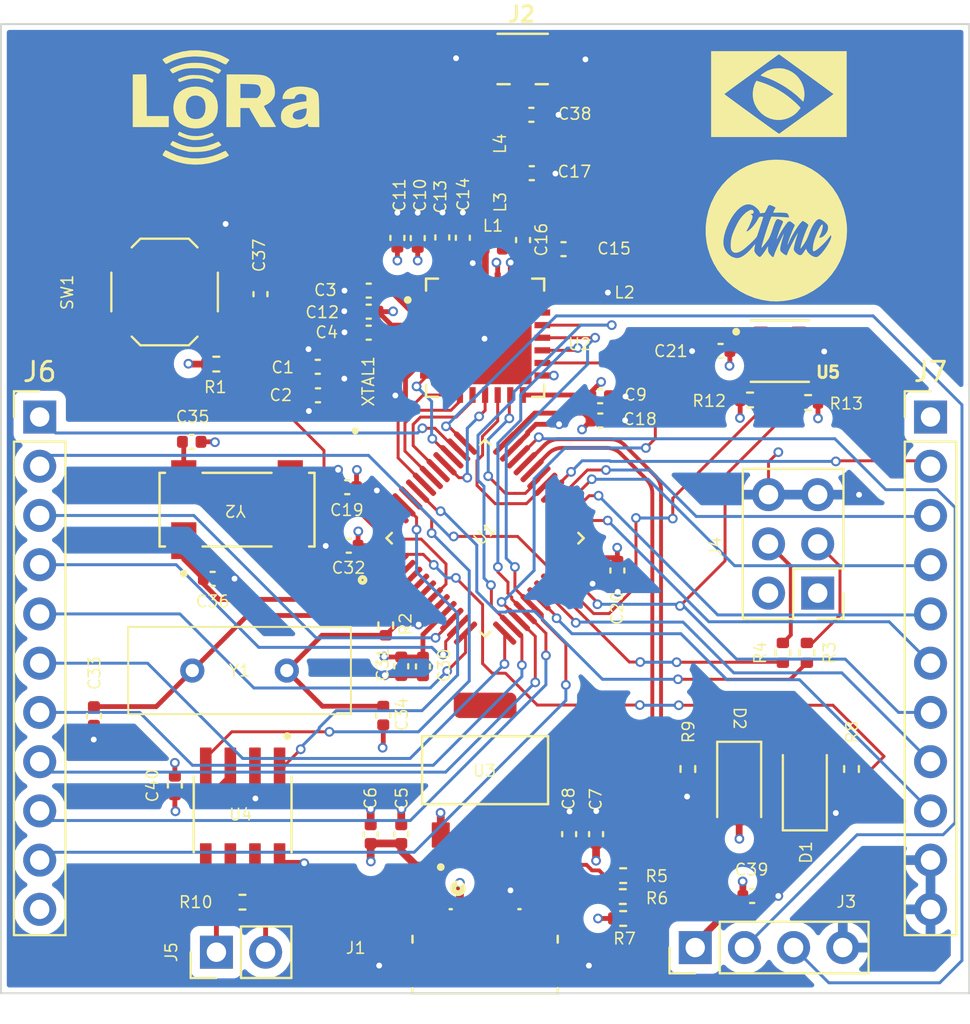
<source format=kicad_pcb>
(kicad_pcb (version 20221018) (generator pcbnew)
  (layers (0 "F.Cu" signal) (1 "In1.Cu" signal) (2 "In2.Cu" signal) (31 "B.Cu" signal) (34 "B.Paste" user) (35 "F.Paste" user) (36 "B.SilkS" user "B.Silkscreen") (37 "F.SilkS" user "F.Silkscreen") (38 "B.Mask" user) (39 "F.Mask" user) (44 "Edge.Cuts" user))
  (net 0 "")
  (net 1 "Earth")
  (net 2 "/XTB")
  (net 3 "Net-(U2-VR_ANA)")
  (net 4 "Net-(U2-VR_DIG)")
  (net 5 "+3.3V")
  (net 6 "VBUS")
  (net 7 "/VR_PA")
  (net 8 "/RFI_HF")
  (net 9 "/RFO_HF")
  (net 10 "Net-(C16-Pad1)")
  (net 11 "Net-(C17-Pad1)")
  (net 12 "/OSC32_IN")
  (net 13 "/OSC32_OUT")
  (net 14 "/NRST")
  (net 15 "Net-(C38-Pad1)")
  (net 16 "Net-(D2-K)")
  (net 17 "/D1+")
  (net 18 "/D1-")
  (net 19 "/BOOT0")
  (net 20 "/BOOT1")
  (net 21 "Net-(J5-Pin_1)")
  (net 22 "Net-(J5-Pin_2)")
  (net 23 "/PA0")
  (net 24 "/PA1")
  (net 25 "/PA2")
  (net 26 "/PA3")
  (net 27 "/NSS")
  (net 28 "/PA5")
  (net 29 "/MISO")
  (net 30 "/MOSI")
  (net 31 "/PA8")
  (net 32 "/D-")
  (net 33 "/D+")
  (net 34 "/PA15")
  (net 35 "/PB0")
  (net 36 "/PB1")
  (net 37 "/PB10")
  (net 38 "/DIO0")
  (net 39 "/DIO1")
  (net 40 "/DIO2")
  (net 41 "/DIO3")
  (net 42 "/DIO4")
  (net 43 "/DIO5")
  (net 44 "/NRESET")
  (net 45 "/PB11")
  (net 46 "/PB12")
  (net 47 "/PB13")
  (net 48 "/PB14")
  (net 49 "/PB15")
  (net 50 "Net-(U1-BOOT0)")
  (net 51 "Net-(U1-PB2)")
  (net 52 "Net-(U1-PC13-TAMPER-RTC)")
  (net 53 "/OSC8_IN")
  (net 54 "/OSC8_OUT")
  (net 62 "/XTA")
  (net 63 "/SWCLK")
  (net 64 "/SWDIO")
  (net 65 "/CAN_RX")
  (net 66 "/CAN_TX")
  (net 67 "Net-(D1-A)")
  (footprint "LED_SMD:LED_1206_3216Metric" (layer "F.Cu") (at 211.12 86.31 -90)
    (fp_text reference "D2")
    (fp_text value "LED" hide)
  )
  (footprint "Inductor_SMD:L_0402_1005Metric" (layer "F.Cu") (at 199.94 53.17 90)
    (fp_text reference "L4")
    (fp_text value "6.2nH" hide)
  )
  (footprint "Capacitor_SMD:C_0402_1005Metric" (layer "F.Cu") (at 200.39 51.68)
    (fp_text reference "C38")
    (fp_text value "1.8pF" hide)
  )
  (footprint "Connector_PinHeader_2.54mm:PinHeader_1x02_P2.54mm_Vertical" (layer "F.Cu") (at 184.125 94.88 90)
    (fp_text reference "J5")
    (fp_text value "Conn_01x02_Socket" hide)
  )
  (footprint "Resistor_SMD:R_0402_1005Metric" (layer "F.Cu") (at 184.12 64.54 180)
    (fp_text reference "R1")
    (fp_text value "10k" hide)
  )
  (footprint "Resistor_SMD:R_0402_1005Metric" (layer "F.Cu") (at 205.13 90.93)
    (fp_text reference "R5")
    (fp_text value "20" hide)
  )
  (footprint "Capacitor_SMD:C_0402_1005Metric" (layer "F.Cu") (at 202.34 88.79 90)
    (fp_text reference "C8")
    (fp_text value "10uF" hide)
  )
  (footprint "Capacitor_SMD:C_0402_1005Metric" (layer "F.Cu") (at 194.52 58.04 -90)
    (fp_text reference "C10")
    (fp_text value "100nF" hide)
  )
  (footprint "Capacitor_SMD:C_0402_1005Metric" (layer "F.Cu") (at 203.73 88.79 90)
    (fp_text reference "C7")
    (fp_text value "100nF" hide)
  )
  (footprint "Capacitor_SMD:C_0402_1005Metric" (layer "F.Cu") (at 203.95 67.45)
    (fp_text reference "C18")
    (fp_text value "100nF")
  )
  (footprint "Capacitor_SMD:C_0402_1005Metric" (layer "F.Cu") (at 210.16 63.86)
    (fp_text reference "C21")
    (fp_text value "100nF")
  )
  (footprint "Inductor_SMD:L_0402_1005Metric" (layer "F.Cu") (at 203.04 60.855)
    (fp_text reference "L2")
    (fp_text value "6.8nH" hide)
  )
  (footprint "Resistor_SMD:R_0402_1005Metric" (layer "F.Cu") (at 208.47 85.43 -90)
    (fp_text reference "R9")
    (fp_text value "510" hide)
  )
  (footprint "Capacitor_SMD:C_0402_1005Metric" (layer "F.Cu") (at 193.67 80.13 -90)
    (fp_text reference "C31")
    (fp_text value "1uF" hide)
  )
  (footprint "Capacitor_SMD:C_0402_1005Metric" (layer "F.Cu") (at 190.96 73.91 180)
    (fp_text reference "C32")
    (fp_text value "100nF" hide)
  )
  (footprint "Resistor_SMD:R_0402_1005Metric" (layer "F.Cu") (at 205.13 93.14)
    (fp_text reference "R7")
    (fp_text value "4.7k" hide)
  )
  (footprint "Connector_PinHeader_2.54mm:PinHeader_1x11_P2.54mm_Vertical" (layer "F.Cu") (at 221 67.27)
    (fp_text reference "J7")
    (fp_text value "Conn_01x11_Socket" hide)
  )
  (footprint "Resistor_SMD:R_0402_1005Metric" (layer "F.Cu") (at 192.87 78.02 -90)
    (fp_text reference "R2")
    (fp_text value "1M" hide)
  )
  (footprint "Connector_PinHeader_2.54mm:PinHeader_2x03_P2.54mm_Vertical" (layer "F.Cu") (at 215.175 76.355 180)
    (fp_text reference "J4")
    (fp_text value "Conn_02x03_Odd_Even" hide)
  )
  (footprint "Capacitor_SMD:C_0402_1005Metric" (layer "F.Cu") (at 203.94 66.2 180)
    (fp_text reference "C9")
    (fp_text value "100nF" hide)
  )
  (footprint "LED_SMD:LED_1206_3216Metric" (layer "F.Cu") (at 214.51 86.31 90)
    (fp_text reference "D1")
    (fp_text value "LED" hide)
  )
  (footprint "Connector_PinHeader_2.54mm:PinHeader_1x04_P2.54mm_Vertical" (layer "F.Cu") (at 208.85 94.64 90)
    (fp_text reference "J3")
    (fp_text value "Conn_01x04_Socket" hide)
  )
  (footprint "Inductor_SMD:L_0402_1005Metric" (layer "F.Cu") (at 199.95 56.19 90)
    (fp_text reference "L3")
    (fp_text value "10nH" hide)
  )
  (footprint "Capacitor_SMD:C_0402_1005Metric" (layer "F.Cu") (at 202.05 58.61 180)
    (fp_text reference "C15")
    (fp_text value "2.2pF" hide)
  )
  (footprint "Graphics:LoRa_10mm" (layer "F.Cu") (at 184.59 50.941971)
    (fp_text reference "G***" hide)
    (fp_text value "LOGO" hide)
  )
  (footprint "Capacitor_SMD:C_0402_1005Metric" (layer "F.Cu") (at 211.79 91.98)
    (fp_text reference "C39")
    (fp_text value "100nF" hide)
  )
  (footprint "Capacitor_SMD:C_0402_1005Metric" (layer "F.Cu") (at 195.79 58.005 90)
    (fp_text reference "C13")
    (fp_text value "10nF" hide)
  )
  (footprint "Graphics:ctmc" (layer "F.Cu") (at 213.002879 57.574543)
    (fp_text reference "G***" hide)
    (fp_text value "LOGO" hide)
  )
  (footprint "Capacitor_SMD:C_0402_1005Metric" (layer "F.Cu") (at 191.99 60.75)
    (fp_text reference "C3")
    (fp_text value "100nF" hide)
  )
  (footprint "Capacitor_SMD:C_0402_1005Metric" (layer "F.Cu") (at 183.93 75.62 180)
    (fp_text reference "C36")
    (fp_text value "20pF" hide)
  )
  (footprint "Resistor_SMD:R_0402_1005Metric" (layer "F.Cu") (at 213.375 79.435 90)
    (fp_text reference "R4")
    (fp_text value "100k" hide)
  )
  (footprint "Capacitor_SMD:C_0402_1005Metric" (layer "F.Cu") (at 177.8 82.69 90)
    (fp_text reference "C33")
    (fp_text value "20pF" hide)
  )
  (footprint "SX1276:QFN65P600X600X100-29N" (layer "F.Cu") (at 198 63.18)
    (fp_text reference "U2")
    (fp_text value "SX1276" hide)
  )
  (footprint "Resistor_SMD:R_0402_1005Metric" (layer "F.Cu") (at 214.68 66.52)
    (fp_text reference "R13")
    (fp_text value "10k")
  )
  (footprint "Capacitor_SMD:C_0402_1005Metric" (layer "F.Cu") (at 181.98 86.28 90)
    (fp_text reference "C40")
    (fp_text value "100nF" hide)
  )
  (footprint "10118192-0001LF:AMPHENOL_10118192-0001LF" (layer "F.Cu") (at 198 92.885)
    (fp_text reference "J1")
    (fp_text value "10118192-0001LF" hide)
  )
  (footprint "Resistor_SMD:R_0402_1005Metric" (layer "F.Cu") (at 214.615 79.435 -90)
    (fp_text reference "R3")
    (fp_text value "100k" hide)
  )
  (footprint "Capacitor_SMD:C_0402_1005Metric" (layer "F.Cu") (at 190.88 70.89 180)
    (fp_text reference "C19")
    (fp_text value "100nF")
  )
  (footprint "Capacitor_SMD:C_0402_1005Metric" (layer "F.Cu") (at 196.85 58.025 90)
    (fp_text reference "C14")
    (fp_text value "47pF" hide)
  )
  (footprint "Capacitor_SMD:C_0402_1005Metric" (layer "F.Cu") (at 204.83 75.19 -90)
    (fp_text reference "C20")
    (fp_text value "100nF")
  )
  (footprint "Resistor_SMD:R_0402_1005Metric" (layer "F.Cu") (at 185.47 92.3 180)
    (fp_text reference "R10")
    (fp_text value "120" hide)
  )
  (footprint "Connector_PinHeader_2.54mm:PinHeader_1x11_P2.54mm_Vertical" (layer "F.Cu") (at 175 67.27)
    (fp_text reference "J6")
    (fp_text value "Conn_01x11_Socket" hide)
  )
  (footprint "Capacitor_SMD:C_0402_1005Metric" (layer "F.Cu") (at 191.99 62.92)
    (fp_text reference "C4")
    (fp_text value "100nF" hide)
  )
  (footprint "LIB_X49SD8MSD2SC:X49SD8MSD2SC" (layer "F.Cu") (at 182.88 80.35)
    (fp_text reference "Y1")
    (fp_text value "X49SD8MSD2SC" hide)
  )
  (footprint "SN65HVD230D:SOIC127P599X175-8N" (layer "F.Cu") (at 185.48 87.775 -90)
    (fp_text reference "U4")
    (fp_text value "SN65HVD230D" hide)
  )
  (footprint "NX2016SA-32M-EXS00A-CS06465:NX2016SA_NDK" (layer "F.Cu") (at 191.97 65.43 90)
    (fp_text reference "XTAL1")
    (fp_text value "NX2016SA-32M-EXS00A-CS06465" hide)
  )
  (footprint "Capacitor_SMD:C_0402_1005Metric" (layer "F.Cu") (at 191.99 61.835)
    (fp_text reference "C12")
    (fp_text value "100nF" hide)
  )
  (footprint "Capacitor_SMD:C_0402_1005Metric" (layer "F.Cu") (at 186.4 60.93 -90)
    (fp_text reference "C37")
    (fp_text value "100nF" hide)
  )
  (footprint "Capacitor_SMD:C_0402_1005Metric" (layer "F.Cu") (at 200.41 54.69)
    (fp_text reference "C17")
    (fp_text value "4.7pF" hide)
  )
  (footprint "Resistor_SMD:R_0402_1005Metric" (layer "F.Cu") (at 216.92 85.43 -90)
    (fp_text reference "R8")
    (fp_text value "510" hide)
  )
  (footprint "U.FL-R-SMT-1_10_:HRS_U.FL-R-SMT-1(10)" (layer "F.Cu") (at 199.94 48.8)
    (fp_text reference "J2")
    (fp_text value "U.FL-R-SMT-1(10)")
  )
  (footprint "Graphics:brasil" (layer "F.Cu") (at 213.17 50.61)
    (fp_text reference "G***" hide)
    (fp_text value "LOGO" hide)
  )
  (footprint "Resistor_SMD:R_0402_1005Metric" (layer "F.Cu") (at 205.11 92.01)
    (fp_text reference "R6")
    (fp_text value "20" hide)
  )
  (footprint "Resistor_SMD:R_0402_1005Metric" (layer "F.Cu") (at 211.68 66.39 180)
    (fp_text reference "R12")
    (fp_text value "10k")
  )
  (footprint "Capacitor_SMD:C_0402_1005Metric" (layer "F.Cu") (at 192.09 88.79 90)
    (fp_text reference "C6")
    (fp_text value "100nF" hide)
  )
  (footprint "Capacitor_SMD:C_0402_1005Metric" (layer "F.Cu") (at 182.85 68.55 180)
    (fp_text reference "C35")
    (fp_text value "20pF" hide)
  )
  (footprint "AHT20:PSON100P300X300X110-6N" (layer "F.Cu") (at 213.22 63.87)
    (fp_text reference "U5")
    (fp_text value "AHT20" hide)
  )
  (footprint "AMS1117-3.3:SOT229P700X180-4N" (layer "F.Cu") (at 198 85.49 90)
    (fp_text reference "U3")
    (fp_text value "AMS1117-3.3" hide)
  )
  (footprint "STM32F103C8T6:QFP50P900X900X160-48N" (layer "F.Cu") (at 198 73.52 45)
    (fp_text reference "U1")
    (fp_text value "STM32F103C8T6" hide)
  )
  (footprint "Capacitor_SMD:C_0402_1005Metric" (layer "F.Cu") (at 192.74 82.67 90)
    (fp_text reference "C34")
    (fp_text value "20pF" hide)
  )
  (footprint "Capacitor_SMD:C_0402_1005Metric" (layer "F.Cu") (at 189.37 66.15 180)
    (fp_text reference "C2")
    (fp_text value "15pF" hide)
  )
  (footprint "Capacitor_SMD:C_0402_1005Metric" (layer "F.Cu") (at 199.96 58.14 -90)
    (fp_text reference "C16")
    (fp_text value "33pF" hide)
  )
  (footprint "Capacitor_SMD:C_0402_1005Metric" (layer "F.Cu") (at 193.47 58.03 -90)
    (fp_text reference "C11")
    (fp_text value "47pF" hide)
  )
  (footprint "Inductor_SMD:L_0402_1005Metric" (layer "F.Cu") (at 198.42 58.57)
    (fp_text reference "L1")
    (fp_text value "33nH" hide)
  )
  (footprint "Capacitor_SMD:C_0402_1005Metric" (layer "F.Cu") (at 193.67 88.79 90)
    (fp_text reference "C5")
    (fp_text value "10uF" hide)
  )
  (footprint "Button_Switch_SMD:SW_SPST_TL3342" (layer "F.Cu") (at 181.45 60.82)
    (fp_text reference "SW1")
    (fp_text value "SW_Push" hide)
  )
  (footprint "Capacitor_SMD:C_0402_1005Metric" (layer "F.Cu") (at 189.36 64.68 180)
    (fp_text reference "C1")
    (fp_text value "15pF" hide)
  )
  (footprint "MC-306_32.7680K-A0_ROHS:XTAL_MC-306_32.7680K-A0" (layer "F.Cu") (at 185.19 72.05 90)
    (fp_text reference "Y2")
    (fp_text value "MC-306_32.7680K-A0:ROHS" hide)
  )
  (footprint "Capacitor_SMD:C_0402_1005Metric" (layer "F.Cu") (at 194.79 80.14 -90)
    (fp_text reference "C30")
    (fp_text value "100nF" hide)
  )
  (gr_rect (start 173 47) (end 223 97) (stroke (width 0.1)) (fill none) (layer "Edge.Cuts"))
  (segment (start 203.73 87.61) (end 203.74 87.6) (width 0.349582) (layer "F.Cu") (net 1))
  (segment (start 204.335 60.855) (end 204.34 60.85) (width 0.25) (layer "F.Cu") (net 1))
  (segment (start 217.305 71.275) (end 217.31 71.28) (width 0.152) (layer "F.Cu") (net 1))
  (segment (start 208.47 85.94) (end 208.47 86.81) (width 0.25) (layer "F.Cu") (net 1))
  (segment (start 184.6 58.92) (end 184.6 57.31) (width 0.349582) (layer "F.Cu") (net 1))
  (segment (start 200.623513 67.6445) (end 200.195593 68.07242) (width 0.25) (layer "F.Cu") (net 1))
  (segment (start 199.3 92.885) (end 198.65 92.885) (width 0.349582) (layer "F.Cu") (net 1))
  (segment (start 201.82 67.6445) (end 200.623513 67.6445) (width 0.25) (layer "F.Cu") (net 1))
  (segment (start 190.755 61.835) (end 190.73 61.81) (width 0.25) (layer "F.Cu") (net 1))
  (segment (start 195.539974 77.006036) (end 194.568005 77.978005) (width 0.25) (layer "F.Cu") (net 1))
  (segment (start 186.115 86.925) (end 186.14 86.95) (width 0.25) (layer "F.Cu") (net 1))
  (segment (start 201.8 95.56) (end 203.35 95.56) (width 0.349582) (layer "F.Cu") (net 1))
  (segment (start 192.74 84.3) (end 192.74 83.15) (width 0.25) (layer "F.Cu") (net 1))
  (segment (start 200.89 54.69) (end 201.61 54.69) (width 0.349582) (layer "F.Cu") (net 1))
  (segment (start 202.34 87.64) (end 202.36 87.62) (width 0.349582) (layer "F.Cu") (net 1))
  (segment (start 185.06 75.61) (end 184.42 75.61) (width 0.25) (layer "F.Cu") (net 1))
  (segment (start 177.8 83.9) (end 177.79 83.91) (width 0.25) (layer "F.Cu") (net 1))
  (segment (start 193.3594 66.1539) (end 193.3655 66.16) (width 0.25) (layer "F.Cu") (net 1))
  (segment (start 199.3 91.7) (end 199.31 91.69) (width 0.349582) (layer "F.Cu") (net 1))
  (segment (start 193.453303 72.155284) (end 192.41 71.111981) (width 0.25) (layer "F.Cu") (net 1))
  (segment (start 192.09 88.31) (end 192.09 87.49) (width 0.4) (layer "F.Cu") (net 1))
  (segment (start 184.42 75.61) (end 184.41 75.62) (width 0.25) (layer "F.Cu") (net 1))
  (segment (start 188.89 66.95) (end 188.9 66.96) (width 0.25) (layer "F.Cu") (net 1))
  (segment (start 192.41 71.111981) (end 192.41 71.06) (width 0.25) (layer "F.Cu") (net 1))
  (segment (start 191.51 61.835) (end 190.755 61.835) (width 0.25) (layer "F.Cu") (net 1))
  (segment (start 181.98 85.8) (end 181.98 85.11) (width 0.25) (layer "F.Cu") (net 1))
  (segment (start 204.83 76.27) (end 204.85 76.29) (width 0.25) (layer "F.Cu") (net 1))
  (segment (start 201.8 95.56) (end 201.8 93.71) (width 0.349582) (layer "F.Cu") (net 1))
  (segment (start 190.76 62.92) (end 190.74 62.9) (width 0.25) (layer "F.Cu") (net 1))
  (segment (start 214.51 87.71) (end 216.1 87.71) (width 0.349582) (layer "F.Cu") (net 1))
  (segment (start 201.61 54.69) (end 201.63 54.71) (width 0.349582) (layer "F.Cu") (net 1))
  (segment (start 212.27 91.98) (end 213.14 91.98) (width 0.349582) (layer "F.Cu") (net 1))
  (segment (start 197.35 60.225) (end 197.35 59.34) (width 0.25) (layer "F.Cu") (net 1))
  (segment (start 201.55 65.13) (end 200.955 65.13) (width 0.25) (layer "F.Cu") (net 1))
  (segment (start 205.25 66.21) (end 205.24 66.2) (width 0.25) (layer "F.Cu") (net 1))
  (segment (start 192.84 80.61) (end 192.82 80.59) (width 0.25) (layer "F.Cu") (net 1))
  (segment (start 198 63.2) (end 197.97 63.23) (width 0.25) (layer "F.Cu") (net 1))
  (segment (start 195.79 57.525) (end 195.79 56.73) (width 0.349582) (layer "F.Cu") (net 1))
  (segment (start 191.295 64.725) (end 190.73 65.29) (width 0.25) (layer "F.Cu") (net 1))
  (segment (start 186.115 85.305) (end 186.115 86.925) (width 0.25) (layer "F.Cu") (net 1))
  (segment (start 203.525 60.855) (end 204.335 60.855) (width 0.25) (layer "F.Cu") (net 1))
  (segment (start 193.68 80.62) (end 193.67 80.61) (width 0.25) (layer "F.Cu") (net 1))
  (segment (start 201.8 93.71) (end 201.1 93.01) (width 0.349582) (layer "F.Cu") (net 1))
  (segment (start 195.71 87.7) (end 195.7 87.69) (width 0.4) (layer "F.Cu") (net 1))
  (segment (start 202.34 88.31) (end 202.34 87.64) (width 0.349582) (layer "F.Cu") (net 1))
  (segment (start 198.465 48.8) (end 196.54 48.8) (width 0.349582) (layer "F.Cu") (net 1))
  (segment (start 193.47 57.55) (end 193.47 56.73) (width 0.349582) (layer "F.Cu") (net 1))
  (segment (start 190.4 70) (end 190.41 69.99) (width 0.25) (layer "F.Cu") (net 1))
  (segment (start 194.2 93.71) (end 194.9 93.01) (width 0.349582) (layer "F.Cu") (net 1))
  (segment (start 202.564716 74.884716) (end 203.55 75.87) (width 0.25) (layer "F.Cu") (net 1))
  (segment (start 194.2 95.56) (end 192.54 95.56) (width 0.349582) (layer "F.Cu") (net 1))
  (segment (start 188.89 66.15) (end 188.89 66.95) (width 0.25) (layer "F.Cu") (net 1))
  (segment (start 200.195593 68.142426) (end 199.364716 68.973303) (width 0.25) (layer "F.Cu") (net 1))
  (segment (start 191.295 64.7061) (end 191.295 64.725) (width 0.25) (layer "F.Cu") (net 1))
  (segment (start 194.52 57.56) (end 194.52 56.73) (width 0.349582) (layer "F.Cu") (net 1))
  (segment (start 194.2 95.56) (end 201.8 95.56) (width 0.349582) (layer "F.Cu") (net 1))
  (segment (start 197.35 59.34) (end 197.36 59.33) (width 0.25) (layer "F.Cu") (net 1))
  (segment (start 201.415 48.8) (end 203.16 48.8) (width 0.349582) (layer "F.Cu") (net 1))
  (segment (start 184.03 68.55) (end 184.05 68.57) (width 0.25) (layer "F.Cu") (net 1))
  (segment (start 195.574624 77.006036) (end 195.539974 77.006036) (width 0.25) (layer "F.Cu") (net 1))
  (segment (start 212.635 71.275) (end 212.635 69.5895) (width 0.152) (layer "F.Cu") (net 1))
  (segment (start 194.79 80.62) (end 194.21 80.62) (width 0.25) (layer "F.Cu") (net 1))
  (segment (start 190.4 70.89) (end 190.4 70) (width 0.25) (layer "F.Cu") (net 1))
  (segment (start 205.23 67.44) (end 204.44 67.44) (width 0.25) (layer "F.Cu") (net 1))
  (segment (start 199.3 92.885) (end 199.3 91.7) (width 0.349582) (layer "F.Cu") (net 1))
  (segment (start 214.205 63.87) (end 215.49 63.87) (width 0.25) (layer "F.Cu") (net 1))
  (segment (start 209.68 63.86) (end 208.7 63.86) (width 0.25) (layer "F.Cu") (net 1))
  (segment (start 190.48 73.91) (end 189.78 73.91) (width 0.25) (layer "F.Cu") (net 1))
  (segment (start 178.3 58.92) (end 184.6 58.92) (width 0.349582) (layer "F.Cu") (net 1))
  (segment (start 196.85 57.545) (end 196.85 56.72) (width 0.349582) (layer "F.Cu") (net 1))
  (segment (start 215.175 71.275) (end 217.305 71.275) (width 0.152) (layer "F.Cu") (net 1))
  (segment (start 199.3 60.225) (end 199.3 59.32) (width 0.25) (layer "F.Cu") (net 1))
  (segment (start 204.44 67.44) (end 204.43 67.45) (width 0.25) (layer "F.Cu") (net 1))
  (segment (start 195.79 56.73) (end 195.8 56.72) (width 0.349582) (layer "F.Cu") (net 1))
  (segment (start 205.24 66.2) (end 204.42 66.2) (width 0.25) (layer "F.Cu") (net 1))
  (segment (start 216.1 87.71) (end 216.11 87.7) (width 0.349582) (layer "F.Cu") (net 1))
  (segment (start 215.49 63.87) (end 215.51 63.89) (width 0.25) (layer "F.Cu") (net 1))
  (segment (start 203.16 48.8) (end 203.18 48.82) (width 0.349582) (layer "F.Cu") (net 1))
  (segment (start 201.79 51.68) (end 200.87 51.68) (width 0.349582) (layer "F.Cu") (net 1))
  (segment (start 203.35 95.56) (end 203.36 95.57) (width 0.349582) (layer "F.Cu") (net 1))
  (segment (start 183.33 68.55) (end 184.03 68.55) (width 0.25) (layer "F.Cu") (net 1))
  (segment (start 208.7 63.86) (end 208.69 63.87) (width 0.25) (layer "F.Cu") (net 1))
  (segment (start 212.635 69.5895) (end 213.14 69.0845) (width 0.152) (layer "F.Cu") (net 1))
  (segment (start 188.615 90.245) (end 188.66 90.29) (width 0.25) (layer "F.Cu") (net 1))
  (segment (start 186.4 60.45) (end 186.13 60.45) (width 0.349582) (layer "F.Cu") (net 1))
  (segment (start 204.83 75.67) (end 204.83 76.27) (width 0.25) (layer "F.Cu") (net 1))
  (segment (start 208.47 86.81) (end 208.43 86.85) (width 0.25) (layer "F.Cu") (net 1))
  (segment (start 202.546697 74.884716) (end 202.564716 74.884716) (width 0.25) (layer "F.Cu") (net 1))
  (segment (start 187.385 90.245) (end 188.615 90.245) (width 0.25) (layer "F.Cu") (net 1))
  (segment (start 192.71 84.33) (end 192.74 84.3) (width 0.25) (layer "F.Cu") (net 1))
  (segment (start 188.88 64.68) (end 188.88 63.77) (width 0.25) (layer "F.Cu") (net 1))
  (segment (start 177.8 83.17) (end 177.8 83.9) (width 0.25) (layer "F.Cu") (net 1))
  (segment (start 203.73 88.31) (end 203.73 87.61) (width 0.349582) (layer "F.Cu") (net 1))
  (segment (start 192.645 66.1539) (end 193.3594 66.1539) (width 0.25) (layer "F.Cu") (net 1))
  (segment (start 191.51 60.75) (end 190.74 60.75) (width 0.25) (layer "F.Cu") (net 1))
  (segment (start 194.2 95.56) (end 194.2 93.71) (width 0.349582) (layer "F.Cu") (net 1))
  (segment (start 186.13 60.45) (end 184.6 58.92) (width 0.349582) (layer "F.Cu") (net 1))
  (segment (start 192.54 95.56) (end 192.53 95.57) (width 0.349582) (layer "F.Cu") (net 1))
  (segment (start 200.195593 68.07242) (end 200.195593 68.142426) (width 0.25) (layer "F.Cu") (net 1))
  (segment (start 195.71 88.835) (end 195.71 87.7) (width 0.4) (layer "F.Cu") (net 1))
  (segment (start 189.78 73.91) (end 189.77 73.92) (width 0.25) (layer "F.Cu") (net 1))
  (segment (start 193.67 87.5) (end 193.68 87.49) (width 0.4) (layer "F.Cu") (net 1))
  (segment (start 193.67 88.31) (end 193.67 87.5) (width 0.4) (layer "F.Cu") (net 1))
  (segment (start 199.3 59.32) (end 199.32 59.3) (width 0.25) (layer "F.Cu") (net 1))
  (segment (start 198 63.18) (end 198 63.2) (width 0.25) (layer "F.Cu") (net 1))
  (segment (start 194.21 80.62) (end 193.68 80.62) (width 0.25) (layer "F.Cu") (net 1))
  (segment (start 193.67 80.61) (end 192.84 80.61) (width 0.25) (layer "F.Cu") (net 1))
  (segment (start 191.51 62.92) (end 190.76 62.92) (width 0.25) (layer "F.Cu") (net 1))
  (via (at 217.31 71.28) (size 0.5) (drill 0.3) (layers "F.Cu" "B.Cu") (net 1))
  (via (at 193.68 87.49) (size 0.5) (drill 0.3) (layers "F.Cu" "B.Cu") (net 1))
  (via (at 193.3655 66.16) (size 0.5) (drill 0.3) (layers "F.Cu" "B.Cu") (net 1))
  (via (at 190.73 61.81) (size 0.5) (drill 0.3) (layers "F.Cu" "B.Cu") (net 1))
  (via (at 188.9 66.96) (size 0.5) (drill 0.3) (layers "F.Cu" "B.Cu") (net 1))
  (via (at 203.36 95.57) (size 0.5) (drill 0.3) (layers "F.Cu" "B.Cu") (net 1))
  (via (at 194.52 56.73) (size 0.5) (drill 0.3) (layers "F.Cu" "B.Cu") (net 1))
  (via (at 208.69 63.87) (size 0.5) (drill 0.3) (layers "F.Cu" "B.Cu") (net 1))
  (via (at 205.23 67.44) (size 0.5) (drill 0.3) (layers "F.Cu" "B.Cu") (net 1))
  (via (at 197.97 63.23) (size 0.5) (drill 0.3) (layers "F.Cu" "B.Cu") (net 1))
  (via (at 201.79 51.68) (size 0.5) (drill 0.3) (layers "F.Cu" "B.Cu") (net 1))
  (via (at 213.14 91.98) (size 0.5) (drill 0.3) (layers "F.Cu" "B.Cu") (net 1))
  (via (at 193.47 56.73) (size 0.5) (drill 0.3) (layers "F.Cu" "B.Cu") (net 1))
  (via (at 201.63 54.71) (size 0.5) (drill 0.3) (layers "F.Cu" "B.Cu") (net 1))
  (via (at 203.74 87.6) (size 0.5) (drill 0.3) (layers "F.Cu" "B.Cu") (net 1))
  (via (at 205.25 66.21) (size 0.5) (drill 0.3) (layers "F.Cu" "B.Cu") (net 1))
  (via (at 204.34 60.85) (size 0.5) (drill 0.3) (layers "F.Cu" "B.Cu") (net 1))
  (via (at 190.74 62.9) (size 0.5) (drill 0.3) (layers "F.Cu" "B.Cu") (net 1))
  (via (at 192.82 80.59) (size 0.5) (drill 0.3) (layers "F.Cu" "B.Cu") (net 1))
  (via (at 192.09 87.49) (size 0.5) (drill 0.3) (layers "F.Cu" "B.Cu") (net 1))
  (via (at 204.85 76.29) (size 0.5) (drill 0.3) (layers "F.Cu" "B.Cu") (net 1))
  (via (at 202.36 87.62) (size 0.5) (drill 0.3) (layers "F.Cu" "B.Cu") (net 1))
  (via (at 199.32 59.3) (size 0.5) (drill 0.3) (layers "F.Cu" "B.Cu") (net 1))
  (via (at 181.98 85.11) (size 0.5) (drill 0.3) (layers "F.Cu" "B.Cu") (net 1))
  (via (at 208.43 86.85) (size 0.5) (drill 0.3) (layers "F.Cu" "B.Cu") (net 1))
  (via (at 185.06 75.61) (size 0.5) (drill 0.3) (layers "F.Cu" "B.Cu") (net 1))
  (via (at 197.36 59.33) (size 0.5) (drill 0.3) (layers "F.Cu" "B.Cu") (net 1))
  (via (at 192.41 71.06) (size 0.5) (drill 0.3) (layers "F.Cu" "B.Cu") (net 1))
  (via (at 190.73 65.29) (size 0.5) (drill 0.3) (layers "F.Cu" "B.Cu") (net 1))
  (via (at 215.51 63.89) (size 0.5) (drill 0.3) (layers "F.Cu" "B.Cu") (net 1))
  (via (at 192.53 95.57) (size 0.5) (drill 0.3) (layers "F.Cu" "B.Cu") (net 1))
  (via (at 201.55 65.13) (size 0.5) (drill 0.3) (layers "F.Cu" "B.Cu") (net 1))
  (via (at 199.31 91.69) (size 0.5) (drill 0.3) (layers "F.Cu" "B.Cu") (net 1))
  (via (at 194.568005 77.978005) (size 0.5) (drill 0.3) (layers "F.Cu" "B.Cu") (net 1))
  (via (at 189.77 73.92) (size 0.5) (drill 0.3) (layers "F.Cu" "B.Cu") (net 1))
  (via (at 192.71 84.33) (size 0.5) (drill 0.3) (layers "F.Cu" "B.Cu") (net 1))
  (via (at 203.18 48.82) (size 0.5) (drill 0.3) (layers "F.Cu" "B.Cu") (net 1))
  (via (at 203.55 75.87) (size 0.5) (drill 0.3) (layers "F.Cu" "B.Cu") (net 1))
  (via (at 188.66 90.29) (size 0.5) (drill 0.3) (layers "F.Cu" "B.Cu") (net 1))
  (via (at 213.14 69.0845) (size 0.5) (drill 0.3) (layers "F.Cu" "B.Cu") (net 1))
  (via (at 196.5 48.76) (size 0.5) (drill 0.3) (layers "F.Cu" "B.Cu") (net 1))
  (via (at 201.82 67.6445) (size 0.5) (drill 0.3) (layers "F.Cu" "B.Cu") (net 1))
  (via (at 177.79 83.91) (size 0.5) (drill 0.3) (layers "F.Cu" "B.Cu") (net 1))
  (via (at 184.6 57.31) (size 0.5) (drill 0.3) (layers "F.Cu" "B.Cu") (net 1))
  (via (at 190.41 69.99) (size 0.5) (drill 0.3) (layers "F.Cu" "B.Cu") (net 1))
  (via (at 195.7 87.69) (size 0.5) (drill 0.3) (layers "F.Cu" "B.Cu") (net 1))
  (via (at 186.14 86.95) (size 0.5) (drill 0.3) (layers "F.Cu" "B.Cu") (net 1))
  (via (at 188.88 63.77) (size 0.5) (drill 0.3) (layers "F.Cu" "B.Cu") (net 1))
  (via (at 196.85 56.72) (size 0.5) (drill 0.3) (layers "F.Cu" "B.Cu") (net 1))
  (via (at 184.05 68.57) (size 0.5) (drill 0.3) (layers "F.Cu" "B.Cu") (net 1))
  (via (at 195.8 56.72) (size 0.5) (drill 0.3) (layers "F.Cu" "B.Cu") (net 1))
  (via (at 190.74 60.75) (size 0.5) (drill 0.3) (layers "F.Cu" "B.Cu") (net 1))
  (via (at 216.11 87.7) (size 0.5) (drill 0.3) (layers "F.Cu" "B.Cu") (net 1))
  (segment (start 193.89 65.267879) (end 194.677879 64.48) (width 0.25) (layer "F.Cu") (net 2))
  (segment (start 193.027963 67.24) (end 193.89 66.377963) (width 0.25) (layer "F.Cu") (net 2))
  (segment (start 192.3811 67.24) (end 193.027963 67.24) (width 0.25) (layer "F.Cu") (net 2))
  (segment (start 189.8539 66.1539) (end 189.85 66.15) (width 0.25) (layer "F.Cu") (net 2))
  (segment (start 193.89 66.377963) (end 193.89 65.267879) (width 0.25) (layer "F.Cu") (net 2))
  (segment (start 194.677879 64.48) (end 195.045 64.48) (width 0.25) (layer "F.Cu") (net 2))
  (segment (start 191.295 66.1539) (end 189.8539 66.1539) (width 0.25) (layer "F.Cu") (net 2))
  (segment (start 191.295 66.1539) (end 192.3811 67.24) (width 0.25) (layer "F.Cu") (net 2))
  (segment (start 195.045 61.88) (end 194.23 61.88) (width 0.25) (layer "F.Cu") (net 3))
  (segment (start 193.1 60.75) (end 192.47 60.75) (width 0.25) (layer "F.Cu") (net 3))
  (segment (start 194.23 61.88) (end 193.1 60.75) (width 0.25) (layer "F.Cu") (net 3))
  (segment (start 192.73 63.18) (end 192.47 62.92) (width 0.25) (layer "F.Cu") (net 4))
  (segment (start 195.045 63.18) (end 192.73 63.18) (width 0.25) (layer "F.Cu") (net 4))
  (segment (start 193.67 79.65) (end 192.81 79.65) (width 0.25) (layer "F.Cu") (net 5))
  (segment (start 193.67 79.65) (end 194.78 79.65) (width 0.25) (layer "F.Cu") (net 5))
  (segment (start 193.09975 74.51975) (end 192.49 73.91) (width 0.25) (layer "F.Cu") (net 5))
  (segment (start 191.44 73.91) (end 191.44 73.18) (width 0.25) (layer "F.Cu") (net 5))
  (segment (start 215.19 66.52) (end 215.19 67.34) (width 0.25) (layer "F.Cu") (net 5))
  (segment (start 183.840016 86.76) (end 181.98 86.76) (width 0.25) (layer "F.Cu") (net 5))
  (segment (start 183.61 64.54) (end 182.7 64.54) (width 0.349582) (layer "F.Cu") (net 5))
  (segment (start 191.44 73.18) (end 191.45 73.17) (width 0.25) (layer "F.Cu") (net 5))
  (segment (start 202.90025 74.531163) (end 204.651163 74.531163) (width 0.25) (layer "F.Cu") (net 5))
  (segment (start 192.47 61.835) (end 193.235 61.835) (width 0.25) (layer "F.Cu") (net 5))
  (segment (start 203.99 65.46) (end 203.46 65.99) (width 0.25) (layer "F.Cu") (net 5))
  (segment (start 199.95 66.135) (end 203.395 66.135) (width 0.25) (layer "F.Cu") (net 5))
  (segment (start 182.7 64.54) (end 182.68 64.52) (width 0.349582) (layer "F.Cu") (net 5))
  (segment (start 210.64 64.61) (end 210.62 64.63) (width 0.25) (layer "F.Cu") (net 5))
  (segment (start 210.64 63.86) (end 210.64 64.61) (width 0.25) (layer "F.Cu") (net 5))
  (segment (start 198.65 60.225) (end 198.65 59.365709) (width 0.25) (layer "F.Cu") (net 5))
  (segment (start 193.09975 74.531163) (end 193.09975 74.51975) (width 0.25) (layer "F.Cu") (net 5))
  (segment (start 193.165 62.53) (end 192.47 61.835) (width 0.25) (layer "F.Cu") (net 5))
  (segment (start 198 88.835) (end 197.895 88.835) (width 0.4) (layer "F.Cu") (net 5))
  (segment (start 192.81 79.65) (end 192.79 79.63) (width 0.25) (layer "F.Cu") (net 5))
  (segment (start 194.52 58.52) (end 194.52 59.2) (width 0.25) (layer "F.Cu") (net 5))
  (segment (start 193.47 58.51) (end 193.47 59.2) (width 0.25) (layer "F.Cu") (net 5))
  (segment (start 203.0045 67.9155) (end 203.47 67.45) (width 0.25) (layer "F.Cu") (net 5))
  (segment (start 208.85 94.44) (end 211.31 91.98) (width 0.349582) (layer "F.Cu") (net 5))
  (segment (start 181.98 86.76) (end 181.98 87.58) (width 0.25) (layer "F.Cu") (net 5))
  (segment (start 181.98 87.58) (end 182.01 87.61) (width 0.25) (layer "F.Cu") (net 5))
  (segment (start 191.36 70.02) (end 191.38 70) (width 0.25) (layer "F.Cu") (net 5))
  (segment (start 192.09 90.19) (end 192.1 90.2) (width 0.4) (layer "F.Cu") (net 5))
  (segment (start 211.17 67.31) (end 211.16 67.32) (width 0.25) (layer "F.Cu") (net 5))
  (segment (start 192.978837 72.508837) (end 191.36 70.89) (width 0.25) (layer "F.Cu") (net 5))
  (segment (start 208.85 94.64) (end 208.85 94.44) (width 0.349582) (layer "F.Cu") (net 5))
  (segment (start 198.65 59.365709) (end 198.584291 59.3) (width 0.25) (layer "F.Cu") (net 5))
  (segment (start 211.12 87.71) (end 211.12 89.02) (width 0.349582) (layer "F.Cu") (net 5))
  (segment (start 193.67 89.65) (end 193.67 89.27) (width 0.4) (layer "F.Cu") (net 5))
  (segment (start 193.09975 72.508837) (end 192.978837 72.508837) (width 0.25) (layer "F.Cu") (net 5))
  (segment (start 193.67 89.27) (end 192.09 89.27) (width 0.4) (layer "F.Cu") (net 5))
  (segment (start 194.79 78.497767) (end 195.928177 77.35959) (width 0.25) (layer "F.Cu") (net 5))
  (segment (start 184.845 85.755016) (end 183.840016 86.76) (width 0.25) (layer "F.Cu") (net 5))
  (segment (start 192.09 89.27) (end 192.09 90.19) (width 0.4) (layer "F.Cu") (net 5))
  (segment (start 211.31 91.98) (end 211.31 91.24) (width 0.349582) (layer "F.Cu") (net 5))
  (segment (start 194.78 79.65) (end 194.79 79.66) (width 0.25) (layer "F.Cu") (net 5))
  (segment (start 203.395 66.135) (end 203.46 66.2) (width 0.25) (layer "F.Cu") (net 5))
  (segment (start 211.17 66.39) (end 211.17 67.31) (width 0.25) (layer "F.Cu") (net 5))
  (segment (start 191.36 70.89) (end 191.36 70.02) (width 0.25) (layer "F.Cu") (net 5))
  (segment (start 192.49 73.91) (end 191.44 73.91) (width 0.25) (layer "F.Cu") (net 5))
  (segment (start 212.225 63.86) (end 212.235 63.87) (width 0.25) (layer "F.Cu") (net 5))
  (segment (start 194.79 79.66) (end 194.79 78.497767) (width 0.25) (layer "F.Cu") (net 5))
  (segment (start 210.64 63.86) (end 212.225 63.86) (width 0.25) (layer "F.Cu") (net 5))
  (segment (start 194.43 90.41) (end 193.67 89.65) (width 0.4) (layer "F.Cu") (net 5))
  (segment (start 204.83 74.71) (end 204.83 74.02) (width 0.25) (layer "F.Cu") (net 5))
  (segment (start 184.845 85.305) (end 184.845 85.755016) (width 0.25) (layer "F.Cu") (net 5))
  (segment (start 211.31 91.24) (end 211.3 91.23) (width 0.349582) (layer "F.Cu") (net 5))
  (segment (start 193.235 61.835) (end 193.25 61.82) (width 0.25) (layer "F.Cu") (net 5))
  (segment (start 203.46 65.99) (end 203.46 66.2) (width 0.25) (layer "F.Cu") (net 5))
  (segment (start 203.09 67.07) (end 203.47 67.45) (width 0.25) (layer "F.Cu") (net 5))
  (segment (start 204.651163 74.531163) (end 204.83 74.71) (width 0.25) (layer "F.Cu") (net 5))
  (segment (start 211.12 89.02) (end 211.13 89.03) (width 0.349582) (layer "F.Cu") (net 5))
  (segment (start 197.895 88.835) (end 196.32 90.41) (width 0.4) (layer "F.Cu") (net 5))
  (segment (start 199.011163 68.61975) (end 200.560913 67.07) (width 0.25) (layer "F.Cu") (net 5))
  (segment (start 195.045 62.53) (end 193.165 62.53) (width 0.25) (layer "F.Cu") (net 5))
  (segment (start 204.83 74.02) (end 204.82 74.01) (width 0.25) (layer "F.Cu") (net 5))
  (segment (start 200.560913 67.07) (end 203.09 67.07) (width 0.25) (layer "F.Cu") (net 5))
  (segment (start 196.32 90.41) (end 194.43 90.41) (width 0.4) (layer "F.Cu") (net 5))
  (via (at 193.47 59.2) (size 0.5) (drill 0.3) (layers "F.Cu" "B.Cu") (net 5))
  (via (at 211.13 89.03) (size 0.5) (drill 0.3) (layers "F.Cu" "B.Cu") (net 5))
  (via (at 191.38 70) (size 0.5) (drill 0.3) (layers "F.Cu" "B.Cu") (net 5))
  (via (at 191.45 73.17) (size 0.5) (drill 0.3) (layers "F.Cu" "B.Cu") (net 5))
  (via (at 203.99 65.46) (size 0.5) (drill 0.3) (layers "F.Cu" "B.Cu") (net 5))
  (via (at 215.19 67.34) (size 0.5) (drill 0.3) (layers "F.Cu" "B.Cu") (net 5))
  (via (at 210.62 64.63) (size 0.5) (drill 0.3) (layers "F.Cu" "B.Cu") (net 5))
  (via (at 198.584291 59.3) (size 0.5) (drill 0.3) (layers "F.Cu" "B.Cu") (net 5))
  (via (at 211.3 91.23) (size 0.5) (drill 0.3) (layers "F.Cu" "B.Cu") (net 5))
  (via (at 192.79 79.63) (size 0.5) (drill 0.3) (layers "F.Cu" "B.Cu") (net 5))
  (via (at 192.1 90.2) (size 0.5) (drill 0.3) (layers "F.Cu" "B.Cu") (net 5))
  (via (at 182.68 64.52) (size 0.5) (drill 0.3) (layers "F.Cu" "B.Cu") (net 5))
  (via (at 204.82 74.01) (size 0.5) (drill 0.3) (layers "F.Cu" "B.Cu") (net 5))
  (via (at 193.25 61.82) (size 0.5) (drill 0.3) (layers "F.Cu" "B.Cu") (net 5))
  (via (at 194.52 59.2) (size 0.5) (drill 0.3) (layers "F.Cu" "B.Cu") (net 5))
  (via (at 203.0045 67.9155) (size 0.5) (drill 0.3) (layers "F.Cu" "B.Cu") (net 5))
  (via (at 182.01 87.61) (size 0.5) (drill 0.3) (layers "F.Cu" "B.Cu") (net 5))
  (via (at 211.16 67.32) (size 0.5) (drill 0.3) (layers "F.Cu" "B.Cu") (net 5))
  (segment (start 203.73 90.16) (end 203.73 89.27) (width 0.4) (layer "F.Cu") (net 6))
  (segment (start 200.725 89.27) (end 200.29 88.835) (width 0.4) (layer "F.Cu") (net 6))
  (segment (start 202.34 89.27) (end 200.725 89.27) (width 0.4) (layer "F.Cu") (net 6))
  (segment (start 203.73 89.27) (end 202.34 89.27) (width 0.4) (layer "F.Cu") (net 6))
  (segment (start 196.7 92.885) (end 196.7 91.3) (width 0.4) (layer "F.Cu") (net 6))
  (segment (start 204.62 93.14) (end 203.83 93.14) (width 0.25) (layer "F.Cu") (net 6))
  (via (at 203.73 90.16) (size 0.5) (drill 0.3) (layers "F.Cu" "B.Cu") (net 6))
  (via (at 203.83 93.14) (size 0.5) (drill 0.3) (layers "F.Cu" "B.Cu") (net 6))
  (via (at 196.7 91.3) (size 0.5) (drill 0.3) (layers "F.Cu" "B.Cu") (net 6))
  (segment (start 195.79 58.485) (end 196.83 58.485) (width 0.349582) (layer "F.Cu") (net 7))
  (segment (start 197.935 58.57) (end 198.01 58.645) (width 0.349582) (layer "F.Cu") (net 7))
  (segment (start 197.87 58.505) (end 197.935 58.57) (width 0.349582) (layer "F.Cu") (net 7))
  (segment (start 196.83 58.485) (end 196.85 58.505) (width 0.349582) (layer "F.Cu") (net 7))
  (segment (start 198.01 60.215) (end 198 60.225) (width 0.349582) (layer "F.Cu") (net 7))
  (segment (start 198.01 58.645) (end 198.01 60.215) (width 0.349582) (layer "F.Cu") (net 7))
  (segment (start 196.85 58.505) (end 197.87 58.505) (width 0.349582) (layer "F.Cu") (net 7))
  (segment (start 202.555 58.635) (end 202.555 60.855) (width 0.349582) (layer "F.Cu") (net 8))
  (segment (start 202.53 58.61) (end 202.555 58.635) (width 0.349582) (layer "F.Cu") (net 8))
  (segment (start 200.955 61.23) (end 201.765786 61.23) (width 0.349582) (layer "F.Cu") (net 8))
  (segment (start 202.472893 60.937107) (end 202.555 60.855) (width 0.349582) (layer "F.Cu") (net 8))
  (arc (start 201.765786 61.23) (mid 202.148469 61.15388) (end 202.472893 60.937107) (width 0.349582) (layer "F.Cu") (net 8))
  (segment (start 198.955 58.62) (end 198.905 58.57) (width 0.349582) (layer "F.Cu") (net 9))
  (segment (start 199.95 60.225) (end 199.95 58.63) (width 0.349582) (layer "F.Cu") (net 9))
  (segment (start 199.97 58.61) (end 199.96 58.62) (width 0.349582) (layer "F.Cu") (net 9))
  (segment (start 199.96 58.62) (end 198.955 58.62) (width 0.349582) (layer "F.Cu") (net 9))
  (segment (start 199.95 58.63) (end 199.96 58.62) (width 0.349582) (layer "F.Cu") (net 9))
  (segment (start 201.57 58.61) (end 199.97 58.61) (width 0.349582) (layer "F.Cu") (net 9))
  (segment (start 199.96 57.66) (end 199.96 56.685) (width 0.349582) (layer "F.Cu") (net 10))
  (segment (start 199.96 56.685) (end 199.95 56.675) (width 0.349582) (layer "F.Cu") (net 10))
  (segment (start 199.95 55.705) (end 199.95 54.56) (width 0.349582) (layer "F.Cu") (net 11))
  (segment (start 199.94 53.655) (end 199.94 54.68) (width 0.349582) (layer "F.Cu") (net 11))
  (segment (start 187.805023 75.815023) (end 193.230103 75.815023) (width 0.25) (layer "F.Cu") (net 12))
  (segment (start 193.230103 75.815023) (end 193.806857 75.238269) (width 0.25) (layer "F.Cu") (net 12))
  (segment (start 182.44 68.62) (end 182.37 68.55) (width 0.25) (layer "F.Cu") (net 12))
  (segment (start 182.44 70.45) (end 187.805023 75.815023) (width 0.25) (layer "F.Cu") (net 12))
  (segment (start 182.44 70.45) (end 182.44 68.62) (width 0.25) (layer "F.Cu") (net 12))
  (segment (start 194.16041 75.591823) (end 193.072233 76.68) (width 0.25) (layer "F.Cu") (net 13))
  (segment (start 182.44 74.61) (end 182.44 73.65) (width 0.25) (layer "F.Cu") (net 13))
  (segment (start 183.45 75.62) (end 182.44 74.61) (width 0.25) (layer "F.Cu") (net 13))
  (segment (start 183.45 75.87) (end 183.45 75.62) (width 0.25) (layer "F.Cu") (net 13))
  (segment (start 184.26 76.68) (end 183.45 75.87) (width 0.25) (layer "F.Cu") (net 13))
  (segment (start 193.072233 76.68) (end 184.26 76.68) (width 0.25) (layer "F.Cu") (net 13))
  (segment (start 184.6 62.72) (end 178.3 62.72) (width 0.349582) (layer "F.Cu") (net 14))
  (segment (start 185.91 61.41) (end 184.6 62.72) (width 0.349582) (layer "F.Cu") (net 14))
  (segment (start 186.4 61.41) (end 185.91 61.41) (width 0.349582) (layer "F.Cu") (net 14))
  (segment (start 189.68 69) (end 185.22 64.54) (width 0.152) (layer "F.Cu") (net 14))
  (segment (start 192.87 73.57) (end 191.14 71.84) (width 0.152) (layer "F.Cu") (net 14))
  (segment (start 195.22107 76.652483) (end 195.98 75.893553) (width 0.152) (layer "F.Cu") (net 14))
  (segment (start 191.14 71.84) (end 190.206 71.84) (width 0.152) (layer "F.Cu") (net 14))
  (segment (start 194.7 73.57) (end 192.87 73.57) (width 0.152) (layer "F.Cu") (net 14))
  (segment (start 184.6 62.72) (end 184.6 64.51) (width 0.349582) (layer "F.Cu") (net 14))
  (segment (start 189.68 71.314) (end 189.68 69) (width 0.152) (layer "F.Cu") (net 14))
  (segment (start 190.206 71.84) (end 189.68 71.314) (width 0.152) (layer "F.Cu") (net 14))
  (segment (start 184.6 64.51) (end 184.63 64.54) (width 0.349582) (layer "F.Cu") (net 14))
  (segment (start 195.98 75.893553) (end 195.98 74.85) (width 0.152) (layer "F.Cu") (net 14))
  (segment (start 195.98 74.85) (end 194.7 73.57) (width 0.152) (layer "F.Cu") (net 14))
  (segment (start 185.22 64.54) (end 184.63 64.54) (width 0.152) (layer "F.Cu") (net 14))
  (segment (start 199.94 51.71) (end 199.94 52.685) (width 0.349582) (layer "F.Cu") (net 15))
  (segment (start 199.91 51.68) (end 199.91 50.355) (width 0.349582) (layer "F.Cu") (net 15))
  (segment (start 199.91 51.68) (end 199.94 51.71) (width 0.349582) (layer "F.Cu") (net 15))
  (segment (start 199.91 50.355) (end 199.94 50.325) (width 0.349582) (layer "F.Cu") (net 15))
  (segment (start 211.11 84.92) (end 211.12 84.91) (width 0.25) (layer "F.Cu") (net 16))
  (segment (start 208.47 84.92) (end 211.11 84.92) (width 0.25) (layer "F.Cu") (net 16))
  (segment (start 199.667414 90.825) (end 203.051525 90.825) (width 0.2) (layer "F.Cu") (net 17))
  (segment (start 198 92.41) (end 197.9 92.31) (width 0.2) (layer "F.Cu") (net 17))
  (segment (start 203.051525 90.825) (end 203.336505 91.10998) (width 0.2) (layer "F.Cu") (net 17))
  (segment (start 203.336505 91.10998) (end 203.69998 91.10998) (width 0.2) (layer "F.Cu") (net 17))
  (segment (start 197.9 92.31) (end 197.9 92.1782) (width 0.2) (layer "F.Cu") (net 17))
  (segment (start 203.69998 91.10998) (end 204.6 92.01) (width 0.2) (layer "F.Cu") (net 17))
  (segment (start 198 92.885) (end 198 92.41) (width 0.2) (layer "F.Cu") (net 17))
  (segment (start 197.9 92.1782) (end 198.960307 91.117893) (width 0.2) (layer "F.Cu") (net 17))
  (arc (start 199.667414 90.825) (mid 199.284731 90.90112) (end 198.960307 91.117893) (width 0.2) (layer "F.Cu") (net 17))
  (segment (start 197.35 92.41) (end 197.45 92.31) (width 0.2) (layer "F.Cu") (net 18))
  (segment (start 197.35 92.885) (end 197.35 92.41) (width 0.2) (layer "F.Cu") (net 18))
  (segment (start 204.156397 90.93) (end 204.62 90.93) (width 0.2) (layer "F.Cu") (net 18))
  (segment (start 197.45 92.31) (end 197.45 91.9918) (width 0.2) (layer "F.Cu") (net 18))
  (segment (start 203.886397 90.66) (end 204.156397 90.93) (width 0.2) (layer "F.Cu") (net 18))
  (segment (start 197.45 91.9918) (end 198.773907 90.667893) (width 0.2) (layer "F.Cu") (net 18))
  (segment (start 203.237893 90.375) (end 203.522893 90.66) (width 0.2) (layer "F.Cu") (net 18))
  (segment (start 199.481014 90.375) (end 203.237893 90.375) (width 0.2) (layer "F.Cu") (net 18))
  (segment (start 203.522893 90.66) (end 203.886397 90.66) (width 0.2) (layer "F.Cu") (net 18))
  (arc (start 198.773907 90.667893) (mid 199.09833 90.45112) (end 199.481014 90.375) (width 0.2) (layer "F.Cu") (net 18))
  (segment (start 214.905 78.925) (end 214.615 78.925) (width 0.152) (layer "F.Cu") (net 19))
  (segment (start 216.325 74.965) (end 216.325 77.505) (width 0.152) (layer "F.Cu") (net 19))
  (segment (start 215.175 73.815) (end 216.325 74.965) (width 0.152) (layer "F.Cu") (net 19))
  (segment (start 216.325 77.505) (end 214.905 78.925) (width 0.152) (layer "F.Cu") (net 19))
  (segment (start 213.785 74.965) (end 213.785 78.515) (width 0.2) (layer "F.Cu") (net 20))
  (segment (start 213.785 78.515) (end 213.375 78.925) (width 0.2) (layer "F.Cu") (net 20))
  (segment (start 212.635 73.815) (end 213.785 74.965) (width 0.2) (layer "F.Cu") (net 20))
  (segment (start 184.845 90.245) (end 184.845 92.185) (width 0.25) (layer "F.Cu") (net 21))
  (segment (start 184.125 93.135) (end 184.96 92.3) (width 0.25) (layer "F.Cu") (net 21))
  (segment (start 184.125 94.88) (end 184.125 93.135) (width 0.25) (layer "F.Cu") (net 21))
  (segment (start 184.845 92.185) (end 184.96 92.3) (width 0.25) (layer "F.Cu") (net 21))
  (segment (start 186.665 92.985) (end 185.98 92.3) (width 0.25) (layer "F.Cu") (net 22))
  (segment (start 186.115 90.245) (end 186.115 92.165) (width 0.25) (layer "F.Cu") (net 22))
  (segment (start 186.665 94.88) (end 186.665 92.985) (width 0.25) (layer "F.Cu") (net 22))
  (segment (start 186.115 92.165) (end 185.98 92.3) (width 0.25) (layer "F.Cu") (net 22))
  (segment (start 196.281731 77.713143) (end 196.281731 77.818269) (width 0.152) (layer "F.Cu") (net 23))
  (segment (start 196.281731 77.818269) (end 195.44 78.66) (width 0.152) (layer "F.Cu") (net 23))
  (via (at 195.44 78.66) (size 0.5) (drill 0.3) (layers "F.Cu" "B.Cu") (net 23))
  (segment (start 189.27 78.66) (end 182.96 72.35) (width 0.152) (layer "B.Cu") (net 23))
  (segment (start 195.44 78.66) (end 189.27 78.66) (width 0.152) (layer "B.Cu") (net 23))
  (segment (start 182.96 72.35) (end 175 72.35) (width 0.152) (layer "B.Cu") (net 23))
  (segment (start 195.966 78.854773) (end 196.635284 78.185489) (width 0.152) (layer "F.Cu") (net 24))
  (segment (start 195.83 79.52) (end 195.966 79.384) (width 0.152) (layer "F.Cu") (net 24))
  (segment (start 195.966 79.384) (end 195.966 78.854773) (width 0.152) (layer "F.Cu") (net 24))
  (segment (start 196.635284 78.185489) (end 196.635284 78.066697) (width 0.152) (layer "F.Cu") (net 24))
  (via (at 195.83 79.52) (size 0.5) (drill 0.3) (layers "F.Cu" "B.Cu") (net 24))
  (segment (start 195.250043 79.154) (end 186.314 79.154) (width 0.152) (layer "B.Cu") (net 24))
  (segment (start 182.05 74.89) (end 175 74.89) (width 0.152) (layer "B.Cu") (net 24))
  (segment (start 186.314 79.154) (end 182.05 74.89) (width 0.152) (layer "B.Cu") (net 24))
  (segment (start 195.616043 79.52) (end 195.83 79.52) (width 0.152) (layer "B.Cu") (net 24))
  (segment (start 195.250043 79.154) (end 195.616043 79.52) (width 0.152) (layer "B.Cu") (net 24))
  (segment (start 196.988837 79.427993) (end 196.988837 78.42025) (width 0.152) (layer "F.Cu") (net 25))
  (segment (start 196.040665 80.376165) (end 196.988837 79.427993) (width 0.152) (layer "F.Cu") (net 25))
  (via (at 196.040665 80.376165) (size 0.5) (drill 0.3) (layers "F.Cu" "B.Cu") (net 25))
  (segment (start 182.24 77.43) (end 175 77.43) (width 0.152) (layer "B.Cu") (net 25))
  (segment (start 196.040665 80.376165) (end 195.16733 81.2495) (width 0.152) (layer "B.Cu") (net 25))
  (segment (start 186.0595 81.2495) (end 182.24 77.43) (width 0.152) (layer "B.Cu") (net 25))
  (segment (start 195.16733 81.2495) (end 186.0595 81.2495) (width 0.152) (layer "B.Cu") (net 25))
  (segment (start 199.011163 79.998837) (end 199 80.01) (width 0.152) (layer "F.Cu") (net 26))
  (segment (start 199.011163 78.42025) (end 199.011163 79.998837) (width 0.152) (layer "F.Cu") (net 26))
  (via (at 199 80.01) (size 0.5) (drill 0.3) (layers "F.Cu" "B.Cu") (net 26))
  (segment (start 194.124 84.886) (end 185.486 84.886) (width 0.152) (layer "B.Cu") (net 26))
  (segment (start 180.57 79.97) (end 175 79.97) (width 0.152) (layer "B.Cu") (net 26))
  (segment (start 199 80.01) (end 194.124 84.886) (width 0.152) (layer "B.Cu") (net 26))
  (segment (start 185.486 84.886) (end 180.57 79.97) (width 0.152) (layer "B.Cu") (net 26))
  (segment (start 200.955 62.53) (end 204.54 62.53) (width 0.152) (layer "F.Cu") (net 27))
  (segment (start 198.323887 75.963887) (end 198.323887 77.02799) (width 0.152) (layer "F.Cu") (net 27))
  (segment (start 198.3 75.94) (end 198.323887 75.963887) (width 0.152) (layer "F.Cu") (net 27))
  (segment (start 199.9 78.601981) (end 199.364716 78.066697) (width 0.152) (layer "F.Cu") (net 27))
  (segment (start 199.9 80.07) (end 199.9 78.601981) (width 0.152) (layer "F.Cu") (net 27))
  (segment (start 198.323887 77.02799) (end 199.362594 78.066697) (width 0.152) (layer "F.Cu") (net 27))
  (segment (start 199.362594 78.066697) (end 199.364716 78.066697) (width 0.152) (layer "F.Cu") (net 27))
  (via (at 199.9 80.07) (size 0.5) (drill 0.3) (layers "F.Cu" "B.Cu") (net 27))
  (via (at 198.3 75.94) (size 0.5) (drill 0.3) (layers "F.Cu" "B.Cu") (net 27))
  (via (at 204.54 62.53) (size 0.5) (drill 0.3) (layers "F.Cu" "B.Cu") (net 27))
  (segment (start 202.932196 62.53) (end 204.54 62.53) (width 0.152) (layer "B.Cu") (net 27))
  (segment (start 195.322 85.238) (end 182.888 85.238) (width 0.152) (layer "B.Cu") (net 27))
  (segment (start 197.634 68.212123) (end 199.488 66.358123) (width 0.152) (layer "B.Cu") (net 27))
  (segment (start 197.942123 75.582123) (end 197.942123 70.846) (width 0.152) (layer "B.Cu") (net 27))
  (segment (start 197.942123 70.846) (end 197.634 70.537877) (width 0.152) (layer "B.Cu") (net 27))
  (segment (start 180.16 82.51) (end 175 82.51) (width 0.152) (layer "B.Cu") (net 27))
  (segment (start 198.3 75.94) (end 197.942123 75.582123) (width 0.152) (layer "B.Cu") (net 27))
  (segment (start 199.488 65.974196) (end 202.932196 62.53) (width 0.152) (layer "B.Cu") (net 27))
  (segment (start 197.634 70.537877) (end 197.634 68.212123) (width 0.152) (layer "B.Cu") (net 27))
  (segment (start 199.9 80.07) (end 199.9 80.66) (width 0.152) (layer "B.Cu") (net 27))
  (segment (start 182.888 85.238) (end 180.16 82.51) (width 0.152) (layer "B.Cu") (net 27))
  (segment (start 199.9 80.66) (end 195.322 85.238) (width 0.152) (layer "B.Cu") (net 27))
  (segment (start 199.488 66.358123) (end 199.488 65.974196) (width 0.152) (layer "B.Cu") (net 27))
  (segment (start 199.718269 77.713143) (end 199.718269 77.678495) (width 0.152) (layer "F.Cu") (net 28))
  (segment (start 199.718269 77.678495) (end 198.849887 76.810113) (width 0.152) (layer "F.Cu") (net 28))
  (segment (start 206.79 67.076834) (end 204.193166 64.48) (width 0.152) (layer "F.Cu") (net 28))
  (segment (start 206.3 68.867) (end 206.79 68.377) (width 0.152) (layer "F.Cu") (net 28))
  (segment (start 199.718269 77.713143) (end 200.59 78.584874) (width 0.152) (layer "F.Cu") (net 28))
  (segment (start 206.79 68.377) (end 206.79 67.076834) (width 0.152) (layer "F.Cu") (net 28))
  (segment (start 200.59 78.584874) (end 200.59 80.96) (width 0.152) (layer "F.Cu") (net 28))
  (segment (start 204.193166 64.48) (end 200.955 64.48) (width 0.152) (layer "F.Cu") (net 28))
  (via (at 200.59 80.96) (size 0.5) (drill 0.3) (layers "F.Cu" "B.Cu") (net 28))
  (via (at 198.849887 76.810113) (size 0.5) (drill 0.3) (layers "F.Cu" "B.Cu") (net 28))
  (via (at 206.3 68.867) (size 0.5) (drill 0.3) (layers "F.Cu" "B.Cu") (net 28))
  (segment (start 202.123 68.867) (end 206.3 68.867) (width 0.152) (layer "B.Cu") (net 28))
  (segment (start 198.849887 76.810113) (end 198.906357 76.810113) (width 0.152) (layer "B.Cu") (net 28))
  (segment (start 200.59 80.96) (end 195.96 85.59) (width 0.152) (layer "B.Cu") (net 28))
  (segment (start 200.53 70.46) (end 202.123 68.867) (width 0.152) (layer "B.Cu") (net 28))
  (segment (start 198.906357 76.810113) (end 200.53 75.18647) (width 0.152) (layer "B.Cu") (net 28))
  (segment (start 175.54 85.59) (end 175 85.05) (width 0.152) (layer "B.Cu") (net 28))
  (segment (start 200.53 75.18647) (end 200.53 70.46) (width 0.152) (layer "B.Cu") (net 28))
  (segment (start 195.96 85.59) (end 175.54 85.59) (width 0.152) (layer "B.Cu") (net 28))
  (segment (start 199.375887 76.565887) (end 199.18 76.37) (width 0.152) (layer "F.Cu") (net 29))
  (segment (start 198.66 75.27) (end 198.66 75.0055) (width 0.152) (layer "F.Cu") (net 29))
  (segment (start 202.79 63.71) (end 202.67 63.83) (width 0.2) (layer "F.Cu") (net 29))
  (segment (start 200.071823 77.35959) (end 201.14 78.427767) (width 0.152) (layer "F.Cu") (net 29))
  (segment (start 199.375887 76.663654) (end 199.375887 76.565887) (width 0.152) (layer "F.Cu") (net 29))
  (segment (start 199.18 76.37) (end 199.18 75.79) (width 0.152) (layer "F.Cu") (net 29))
  (segment (start 199.18 75.79) (end 198.66 75.27) (width 0.152) (layer "F.Cu") (net 29))
  (segment (start 201.14 78.427767) (end 201.14 79.57) (width 0.152) (layer "F.Cu") (net 29))
  (segment (start 202.67 63.83) (end 200.955 63.83) (width 0.152) (layer "F.Cu") (net 29))
  (segment (start 200.071823 77.35959) (end 199.375887 76.663654) (width 0.152) (layer "F.Cu") (net 29))
  (via (at 201.14 79.57) (size 0.5) (drill 0.3) (layers "F.Cu" "B.Cu") (net 29))
  (via (at 198.66 75.0055) (size 0.5) (drill 0.3) (layers "F.Cu" "B.Cu") (net 29))
  (via (at 202.79 63.71) (size 0.5) (drill 0.3) (layers "F.Cu" "B.Cu") (net 29))
  (segment (start 202.25 63.71) (end 202.79 63.71) (width 0.152) (layer "B.Cu") (net 29))
  (segment (start 198.66 68.615686) (end 199.84 67.435686) (width 0.152) (layer "B.Cu") (net 29))
  (segment (start 194.137166 88.086) (end 175.496 88.086) (width 0.152) (layer "B.Cu") (net 29))
  (segment (start 175.496 88.086) (end 175 87.59) (width 0.152) (layer "B.Cu") (net 29))
  (segment (start 199.84 67.435686) (end 199.84 66.12) (width 0.152) (layer "B.Cu") (net 29))
  (segment (start 201.14 81.083166) (end 194.137166 88.086) (width 0.152) (layer "B.Cu") (net 29))
  (segment (start 201.14 79.57) (end 201.14 81.083166) (width 0.152) (layer "B.Cu") (net 29))
  (segment (start 199.84 66.12) (end 202.25 63.71) (width 0.152) (layer "B.Cu") (net 29))
  (segment (start 198.66 75.0055) (end 198.66 68.615686) (width 0.152) (layer "B.Cu") (net 29))
  (segment (start 200.955 63.18) (end 203.68 63.18) (width 0.152) (layer "F.Cu") (net 30))
  (segment (start 202.17 78.959963) (end 202.17 81.09) (width 0.152) (layer "F.Cu") (net 30))
  (segment (start 200.953129 77.533789) (end 200.953129 77.743092) (width 0.152) (layer "F.Cu") (net 30))
  (segment (start 200.953129 77.743092) (end 202.17 78.959963) (width 0.152) (layer "F.Cu") (net 30))
  (segment (start 200.425376 77.006036) (end 200.953129 77.533789) (width 0.152) (layer "F.Cu") (net 30))
  (segment (start 199.54 75.0055) (end 199.54 76.12066) (width 0.152) (layer "F.Cu") (net 30))
  (segment (start 199.54 76.12066) (end 200.425376 77.006036) (width 0.152) (layer "F.Cu") (net 30))
  (via (at 202.17 81.09) (size 0.5) (drill 0.3) (layers "F.Cu" "B.Cu") (net 30))
  (via (at 203.68 63.18) (size 0.5) (drill 0.3) (layers "F.Cu" "B.Cu") (net 30))
  (via (at 199.54 75.0055) (size 0.5) (drill 0.3) (layers "F.Cu" "B.Cu") (net 30))
  (segment (start 175.406 89.724) (end 175 90.13) (width 0.152) (layer "B.Cu") (net 30))
  (segment (start 199.09 74.5555) (end 199.09 68.751372) (width 0.152) (layer "B.Cu") (net 30))
  (segment (start 199.09 68.751372) (end 203.29 64.551372) (width 0.152) (layer "B.Cu") (net 30))
  (segment (start 202.17 81.893166) (end 194.339166 89.724) (width 0.152) (layer "B.Cu") (net 30))
  (segment (start 203.29 63.57) (end 203.68 63.18) (width 0.152) (layer "B.Cu") (net 30))
  (segment (start 203.29 64.551372) (end 203.29 63.57) (width 0.152) (layer "B.Cu") (net 30))
  (segment (start 199.54 75.0055) (end 199.09 74.5555) (width 0.152) (layer "B.Cu") (net 30))
  (segment (start 202.17 81.09) (end 202.17 81.893166) (width 0.152) (layer "B.Cu") (net 30))
  (segment (start 194.339166 89.724) (end 175.406 89.724) (width 0.152) (layer "B.Cu") (net 30))
  (segment (start 220.72 69.53) (end 221 69.81) (width 0.152) (layer "F.Cu") (net 31))
  (segment (start 201.486036 71.053964) (end 202.44 70.1) (width 0.152) (layer "F.Cu") (net 31))
  (segment (start 216.14 69.53) (end 220.72 69.53) (width 0.152) (layer "F.Cu") (net 31))
  (segment (start 216.11 69.56) (end 216.14 69.53) (width 0.152) (layer "F.Cu") (net 31))
  (segment (start 201.486036 71.094624) (end 201.486036 71.053964) (width 0.152) (layer "F.Cu") (net 31))
  (via (at 216.11 69.56) (size 0.5) (drill 0.3) (layers "F.Cu" "B.Cu") (net 31))
  (via (at 202.44 70.1) (size 0.5) (drill 0.3) (layers "F.Cu" "B.Cu") (net 31))
  (segment (start 202.44 70.1) (end 203.0115 69.5285) (width 0.152) (layer "B.Cu") (net 31))
  (segment (start 203.0115 69.5285) (end 204.437166 69.5285) (width 0.152) (layer "B.Cu") (net 31))
  (segment (start 204.437166 69.5285) (end 204.468666 69.56) (width 0.152) (layer "B.Cu") (net 31))
  (segment (start 204.468666 69.56) (end 216.11 69.56) (width 0.152) (layer "B.Cu") (net 31))
  (segment (start 206.356496 90.637107) (end 206.635 90.358603) (width 0.2) (layer "F.Cu") (net 32))
  (segment (start 205.64 90.93) (end 205.649389 90.93) (width 0.2) (layer "F.Cu") (net 32))
  (segment (start 200.425376 69.998609) (end 200.425376 70.033964) (width 0.2) (layer "F.Cu") (net 32))
  (segment (start 201.266092 69.157893) (end 200.425376 69.998609) (width 0.2) (layer "F.Cu") (net 32))
  (segment (start 206.635 90.358603) (end 206.635 71.207414) (width 0.2) (layer "F.Cu") (net 32))
  (segment (start 206.342107 70.500307) (end 204.999693 69.157893) (width 0.2) (layer "F.Cu") (net 32))
  (segment (start 204.292586 68.865) (end 201.973199 68.865) (width 0.2) (layer "F.Cu") (net 32))
  (arc (start 206.356496 90.637107) (mid 206.032073 90.85388) (end 205.649389 90.93) (width 0.2) (layer "F.Cu") (net 32))
  (arc (start 201.266092 69.157893) (mid 201.590515 68.94112) (end 201.973199 68.865) (width 0.2) (layer "F.Cu") (net 32))
  (arc (start 204.999693 69.157893) (mid 204.67527 68.94112) (end 204.292586 68.865) (width 0.2) (layer "F.Cu") (net 32))
  (arc (start 206.635 71.207414) (mid 206.55888 70.824731) (end 206.342107 70.500307) (width 0.2) (layer "F.Cu") (net 32))
  (segment (start 205.62 93.12) (end 205.64 93.14) (width 0.2) (layer "F.Cu") (net 33))
  (segment (start 207.085 90.130786) (end 207.085 71.021014) (width 0.2) (layer "F.Cu") (net 33))
  (segment (start 204.478986 68.415) (end 201.786801 68.415) (width 0.2) (layer "F.Cu") (net 33))
  (segment (start 205.62 92.01) (end 205.62 93.12) (width 0.2) (layer "F.Cu") (net 33))
  (segment (start 201.079694 68.707893) (end 200.107177 69.68041) (width 0.2) (layer "F.Cu") (net 33))
  (segment (start 205.62 92.01) (end 206.792107 90.837893) (width 0.2) (layer "F.Cu") (net 33))
  (segment (start 206.792107 70.313907) (end 205.186093 68.707893) (width 0.2) (layer "F.Cu") (net 33))
  (segment (start 200.107177 69.68041) (end 200.071823 69.68041) (width 0.2) (layer "F.Cu") (net 33))
  (arc (start 207.085 71.021014) (mid 207.00888 70.638331) (end 206.792107 70.313907) (width 0.2) (layer "F.Cu") (net 33))
  (arc (start 201.786801 68.415) (mid 201.404118 68.49112) (end 201.079694 68.707893) (width 0.2) (layer "F.Cu") (net 33))
  (arc (start 204.478986 68.415) (mid 204.861669 68.49112) (end 205.186093 68.707893) (width 0.2) (layer "F.Cu") (net 33))
  (arc (start 207.085 90.130786) (mid 207.00888 90.513469) (end 206.792107 90.837893) (width 0.2) (layer "F.Cu") (net 33))
  (segment (start 195.407334 67.85) (end 196.530637 68.973303) (width 0.152) (layer "F.Cu") (net 34))
  (segment (start 194.761 67.85) (end 195.407334 67.85) (width 0.152) (layer "F.Cu") (net 34))
  (segment (start 196.530637 68.973303) (end 196.635284 68.973303) (width 0.152) (layer "F.Cu") (net 34))
  (via (at 194.761 67.85) (size 0.5) (drill 0.3) (layers "F.Cu" "B.Cu") (net 34))
  (segment (start 194.517 68.094) (end 175.824 68.094) (width 0.152) (layer "B.Cu") (net 34))
  (segment (start 194.761 67.85) (end 194.517 68.094) (width 0.152) (layer "B.Cu") (net 34))
  (segment (start 175.824 68.094) (end 175 67.27) (width 0.152) (layer "B.Cu") (net 34))
  (segment (start 201.69 77.563553) (end 200.77893 76.652483) (width 0.152) (layer "F.Cu") (net 35))
  (segment (start 201.69 77.65) (end 201.69 77.563553) (width 0.152) (layer "F.Cu") (net 35))
  (via (at 201.69 77.65) (size 0.5) (drill 0.3) (layers "F.Cu" "B.Cu") (net 35))
  (segment (start 210.482 80.822) (end 208.11 78.45) (width 0.152) (layer "B.Cu") (net 35))
  (segment (start 213.04 80.822) (end 210.482 80.822) (width 0.152) (layer "B.Cu") (net 35))
  (segment (start 202.49 78.45) (end 201.69 77.65) (width 0.152) (layer "B.Cu") (net 35))
  (segment (start 214.232 80.822) (end 213.04 80.822) (width 0.152) (layer "B.Cu") (net 35))
  (segment (start 208.11 78.45) (end 202.49 78.45) (width 0.152) (layer "B.Cu") (net 35))
  (segment (start 221 87.59) (end 214.232 80.822) (width 0.152) (layer "B.Cu") (net 35))
  (segment (start 202.682845 77.849292) (end 201.132483 76.29893) (width 0.152) (layer "F.Cu") (net 36))
  (segment (start 202.682845 77.885355) (end 202.682845 77.849292) (width 0.152) (layer "F.Cu") (net 36))
  (via (at 202.682845 77.885355) (size 0.5) (drill 0.3) (layers "F.Cu" "B.Cu") (net 36))
  (segment (start 202.682845 77.885355) (end 202.7182 77.85) (width 0.152) (layer "B.Cu") (net 36))
  (segment (start 210.84 80.47) (end 216.42 80.47) (width 0.152) (layer "B.Cu") (net 36))
  (segment (start 202.7182 77.85) (end 208.22 77.85) (width 0.152) (layer "B.Cu") (net 36))
  (segment (start 216.42 80.47) (end 221 85.05) (width 0.152) (layer "B.Cu") (net 36))
  (segment (start 208.22 77.85) (end 210.84 80.47) (width 0.152) (layer "B.Cu") (net 36))
  (segment (start 207.69 71.463166) (end 212.19 66.963166) (width 0.152) (layer "F.Cu") (net 37))
  (segment (start 204.403166 77.41) (end 203.606834 77.41) (width 0.152) (layer "F.Cu") (net 37))
  (segment (start 203.606834 77.41) (end 201.83959 75.642756) (width 0.152) (layer "F.Cu") (net 37))
  (segment (start 199.679352 73.431585) (end 201.83959 75.591823) (width 0.152) (layer "F.Cu") (net 37))
  (segment (start 205.79 72.48) (end 205.79 76.023166) (width 0.152) (layer "F.Cu") (net 37))
  (segment (start 212.19 66.963166) (end 212.19 66.39) (width 0.152) (layer "F.Cu") (net 37))
  (segment (start 207.69 72.51) (end 207.69 71.463166) (width 0.152) (layer "F.Cu") (net 37))
  (segment (start 212.19 66.39) (end 212.19 64.915) (width 0.152) (layer "F.Cu") (net 37))
  (segment (start 205.79 76.023166) (end 204.403166 77.41) (width 0.152) (layer "F.Cu") (net 37))
  (segment (start 196.378415 73.431585) (end 199.679352 73.431585) (width 0.152) (layer "F.Cu") (net 37))
  (segment (start 201.83959 75.642756) (end 201.83959 75.591823) (width 0.152) (layer "F.Cu") (net 37))
  (segment (start 212.19 64.915) (end 212.235 64.87) (width 0.152) (layer "F.Cu") (net 37))
  (via (at 205.79 72.48) (size 0.5) (drill 0.3) (layers "F.Cu" "B.Cu") (net 37))
  (via (at 196.378415 73.431585) (size 0.5) (drill 0.3) (layers "F.Cu" "B.Cu") (net 37))
  (via (at 207.69 72.51) (size 0.5) (drill 0.3) (layers "F.Cu" "B.Cu") (net 37))
  (segment (start 207.66 72.48) (end 207.69 72.51) (width 0.152) (layer "B.Cu") (net 37))
  (segment (start 191.98 69.25) (end 175.56 69.25) (width 0.152) (layer "B.Cu") (net 37))
  (segment (start 205.79 72.48) (end 207.66 72.48) (width 0.152) (layer "B.Cu") (net 37))
  (segment (start 196.161585 73.431585) (end 191.98 69.25) (width 0.152) (layer "B.Cu") (net 37))
  (segment (start 175.56 69.25) (end 175 69.81) (width 0.152) (layer "B.Cu") (net 37))
  (segment (start 196.378415 73.431585) (end 196.161585 73.431585) (width 0.152) (layer "B.Cu") (net 37))
  (segment (start 194.807226 66.135) (end 193.508 67.434226) (width 0.152) (layer "F.Cu") (net 38))
  (segment (start 193.508 69.381553) (end 194.867517 70.74107) (width 0.152) (layer "F.Cu") (net 38))
  (segment (start 196.05 66.135) (end 194.807226 66.135) (width 0.152) (layer "F.Cu") (net 38))
  (segment (start 193.508 67.434226) (end 193.508 69.381553) (width 0.152) (layer "F.Cu") (net 38))
  (segment (start 196.7 66.46) (end 196.2385 66.9215) (width 0.152) (layer "F.Cu") (net 39))
  (segment (start 196.7 66.135) (end 196.7 66.46) (width 0.152) (layer "F.Cu") (net 39))
  (segment (start 194.51853 66.9215) (end 193.86 67.58003) (width 0.152) (layer "F.Cu") (net 39))
  (segment (start 193.86 69.026447) (end 194.972168 70.138615) (width 0.152) (layer "F.Cu") (net 39))
  (segment (start 193.86 67.58003) (end 193.86 69.026447) (width 0.152) (layer "F.Cu") (net 39))
  (segment (start 196.2385 66.9215) (end 194.51853 66.9215) (width 0.152) (layer "F.Cu") (net 39))
  (segment (start 194.664334 67.2735) (end 194.285 67.652834) (width 0.152) (layer "F.Cu") (net 40))
  (segment (start 194.285 68.74434) (end 195.325722 69.785062) (width 0.152) (layer "F.Cu") (net 40))
  (segment (start 197.35 66.135) (end 197.35 66.432825) (width 0.152) (layer "F.Cu") (net 40))
  (segment (start 196.509325 67.2735) (end 194.664334 67.2735) (width 0.152) (layer "F.Cu") (net 40))
  (segment (start 194.285 67.652834) (end 194.285 68.74434) (width 0.152) (layer "F.Cu") (net 40))
  (segment (start 197.35 66.432825) (end 196.509325 67.2735) (width 0.152) (layer "F.Cu") (net 40))
  (segment (start 198 66.135) (end 198 66.93) (width 0.152) (layer "F.Cu") (net 41))
  (segment (start 196.647767 70.4) (end 195.928177 69.68041) (width 0.152) (layer "F.Cu") (net 41))
  (segment (start 197.08 70.4) (end 196.647767 70.4) (width 0.152) (layer "F.Cu") (net 41))
  (segment (start 198 66.93) (end 197.69 67.24) (width 0.152) (layer "F.Cu") (net 41))
  (via (at 197.08 70.4) (size 0.5) (drill 0.3) (layers "F.Cu" "B.Cu") (net 41))
  (via (at 197.69 67.24) (size 0.5) (drill 0.3) (layers "F.Cu" "B.Cu") (net 41))
  (segment (start 197.69 67.24) (end 197.08 67.85) (width 0.152) (layer "B.Cu") (net 41))
  (segment (start 197.08 67.85) (end 197.08 70.4) (width 0.152) (layer "B.Cu") (net 41))
  (segment (start 197.58 70.8) (end 198.52 71.74) (width 0.152) (layer "F.Cu") (net 42))
  (segment (start 198.65 66.135) (end 198.65 67.48) (width 0.152) (layer "F.Cu") (net 42))
  (segment (start 198.65 67.48) (end 197.86 68.27) (width 0.152) (layer "F.Cu") (net 42))
  (segment (start 200.133553 71.74) (end 201.132483 70.74107) (width 0.152) (layer "F.Cu") (net 42))
  (segment (start 197.870143 68.660143) (end 197.870143 69.231854) (width 0.152) (layer "F.Cu") (net 42))
  (segment (start 197.870143 69.231854) (end 197.58 69.521997) (width 0.152) (layer "F.Cu") (net 42))
  (segment (start 197.58 69.521997) (end 197.58 70.8) (width 0.152) (layer "F.Cu") (net 42))
  (segment (start 198.52 71.74) (end 200.133553 71.74) (width 0.152) (layer "F.Cu") (net 42))
  (segment (start 197.86 68.65) (end 197.870143 68.660143) (width 0.152) (layer "F.Cu") (net 42))
  (segment (start 197.86 68.27) (end 197.86 68.65) (width 0.152) (layer "F.Cu") (net 42))
  (segment (start 200.77893 70.387517) (end 200.77893 70.506309) (width 0.152) (layer "F.Cu") (net 43))
  (segment (start 199.56 71.21) (end 199.05 71.21) (width 0.152) (layer "F.Cu") (net 43))
  (segment (start 199.25 66.185) (end 199.3 66.135) (width 0.152) (layer "F.Cu") (net 43))
  (segment (start 200.77893 70.506309) (end 200.075239 71.21) (width 0.152) (layer "F.Cu") (net 43))
  (segment (start 200.075239 71.21) (end 199.56 71.21) (width 0.152) (layer "F.Cu") (net 43))
  (segment (start 199.05 71.21) (end 198.16 70.32) (width 0.152) (layer "F.Cu") (net 43))
  (segment (start 199.25 67.34) (end 199.25 66.185) (width 0.152) (layer "F.Cu") (net 43))
  (via (at 199.25 67.34) (size 0.5) (drill 0.3) (layers "F.Cu" "B.Cu") (net 43))
  (via (at 198.16 70.32) (size 0.5) (drill 0.3) (layers "F.Cu" "B.Cu") (net 43))
  (segment (start 198.16 70.32) (end 198.16 68.43) (width 0.152) (layer "B.Cu") (net 43))
  (segment (start 198.16 68.43) (end 199.25 67.34) (width 0.152) (layer "B.Cu") (net 43))
  (segment (start 195.683978 68.799104) (end 195.753978 68.799104) (width 0.152) (layer "F.Cu") (net 44))
  (segment (start 195.045 65.13) (end 195.02 65.13) (width 0.152) (layer "F.Cu") (net 44))
  (segment (start 195.02 65.13) (end 194.46 65.69) (width 0.152) (layer "F.Cu") (net 44))
  (segment (start 195.275187 68.390313) (end 195.683978 68.799104) (width 0.152) (layer "F.Cu") (net 44))
  (segment (start 195.753978 68.799104) (end 196.281731 69.326857) (width 0.152) (layer "F.Cu") (net 44))
  (via (at 195.275187 68.390313) (size 0.5) (drill 0.3) (layers "F.Cu" "B.Cu") (net 44))
  (via (at 194.46 65.69) (size 0.5) (drill 0.3) (layers "F.Cu" "B.Cu") (net 44))
  (segment (start 195.275187 68.390313) (end 195.2365 68.351626) (width 0.152) (layer "B.Cu") (net 44))
  (segment (start 195.2365 66.4665) (end 194.46 65.69) (width 0.152) (layer "B.Cu") (net 44))
  (segment (start 195.2365 68.351626) (end 195.2365 66.4665) (width 0.152) (layer "B.Cu") (net 44))
  (segment (start 214.17 64.905) (end 214.205 64.87) (width 0.152) (layer "F.Cu") (net 45))
  (segment (start 203.8 76.93) (end 203.8 76.845126) (width 0.152) (layer "F.Cu") (net 45))
  (segment (start 203.8 76.845126) (end 202.193143 75.238269) (width 0.152) (layer "F.Cu") (net 45))
  (segment (start 210.39 74.692198) (end 210.39 70.28) (width 0.152) (layer "F.Cu") (net 45))
  (segment (start 208.064869 77.017329) (end 210.39 74.692198) (width 0.152) (layer "F.Cu") (net 45))
  (segment (start 214.17 66.52) (end 214.17 64.905) (width 0.152) (layer "F.Cu") (net 45))
  (segment (start 210.41 70.28) (end 214.17 66.52) (width 0.152) (layer "F.Cu") (net 45))
  (segment (start 210.39 70.28) (end 210.41 70.28) (width 0.152) (layer "F.Cu") (net 45))
  (via (at 203.8 76.93) (size 0.5) (drill 0.3) (layers "F.Cu" "B.Cu") (net 45))
  (via (at 208.064869 77.017329) (size 0.5) (drill 0.3) (layers "F.Cu" "B.Cu") (net 45))
  (segment (start 216.6 79.76) (end 210.982197 79.76) (width 0.152) (layer "B.Cu") (net 45))
  (segment (start 221 82.51) (end 219.35 82.51) (width 0.152) (layer "B.Cu") (net 45))
  (segment (start 208.152197 76.930001) (end 208.064869 77.017329) (width 0.152) (layer "B.Cu") (net 45))
  (segment (start 208.152197 76.93) (end 203.8 76.93) (width 0.152) (layer "B.Cu") (net 45))
  (segment (start 208.152197 76.93) (end 208.152197 76.930001) (width 0.152) (layer "B.Cu") (net 45))
  (segment (start 219.35 82.51) (end 216.6 79.76) (width 0.152) (layer "B.Cu") (net 45))
  (segment (start 210.982197 79.76) (end 208.152197 76.93) (width 0.152) (layer "B.Cu") (net 45))
  (segment (start 203.001413 72.61) (end 202.90025 72.508837) (width 0.152) (layer "F.Cu") (net 46))
  (segment (start 204.33 72.61) (end 203.001413 72.61) (width 0.152) (layer "F.Cu") (net 46))
  (via (at 204.33 72.61) (size 0.5) (drill 0.3) (layers "F.Cu" "B.Cu") (net 46))
  (segment (start 221 79.97) (end 218.863 77.833) (width 0.152) (layer "B.Cu") (net 46))
  (segment (start 211.55 77.833) (end 209.553 77.833) (width 0.152) (layer "B.Cu") (net 46))
  (segment (start 218.863 77.833) (end 211.55 77.833) (width 0.152) (layer "B.Cu") (net 46))
  (segment (start 209.553 77.833) (end 204.33 72.61) (width 0.152) (layer "B.Cu") (net 46))
  (segment (start 203.371981 71.33) (end 203.86 71.33) (width 0.152) (layer "F.Cu") (net 47))
  (segment (start 202.546697 72.155284) (end 203.371981 71.33) (width 0.152) (layer "F.Cu") (net 47))
  (via (at 203.86 71.33) (size 0.5) (drill 0.3) (layers "F.Cu" "B.Cu") (net 47))
  (segment (start 203.86 71.33) (end 210.011 77.481) (width 0.152) (layer "B.Cu") (net 47))
  (segment (start 220.949 77.481) (end 221 77.43) (width 0.152) (layer "B.Cu") (net 47))
  (segment (start 210.011 77.481) (end 220.949 77.481) (width 0.152) (layer "B.Cu") (net 47))
  (segment (start 202.193143 71.796857) (end 203.51 70.48) (width 0.152) (layer "F.Cu") (net 48))
  (segment (start 202.193143 71.801731) (end 202.193143 71.796857) (width 0.152) (layer "F.Cu") (net 48))
  (via (at 203.51 70.48) (size 0.5) (drill 0.3) (layers "F.Cu" "B.Cu") (net 48))
  (segment (start 220.949 74.941) (end 221 74.89) (width 0.152) (layer "B.Cu") (net 48))
  (segment (start 203.51 70.48) (end 206.42 70.48) (width 0.152) (layer "B.Cu") (net 48))
  (segment (start 210.881 74.941) (end 220.949 74.941) (width 0.152) (layer "B.Cu") (net 48))
  (segment (start 206.42 70.48) (end 210.881 74.941) (width 0.152) (layer "B.Cu") (net 48))
  (segment (start 204.24 70.0045) (end 203.283267 70.0045) (width 0.152) (layer "F.Cu") (net 49))
  (segment (start 203.283267 70.0045) (end 201.83959 71.448177) (width 0.152) (layer "F.Cu") (net 49))
  (via (at 204.24 70.0045) (size 0.5) (drill 0.3) (layers "F.Cu" "B.Cu") (net 49))
  (segment (start 206.5045 70.0045) (end 208.901 72.401) (width 0.152) (layer "B.Cu") (net 49))
  (segment (start 204.24 70.0045) (end 206.5045 70.0045) (width 0.152) (layer "B.Cu") (net 49))
  (segment (start 208.901 72.401) (end 220.949 72.401) (width 0.152) (layer "B.Cu") (net 49))
  (segment (start 220.949 72.401) (end 221 72.35) (width 0.152) (layer "B.Cu") (net 49))
  (segment (start 195.54934 72.13) (end 194.513964 71.094624) (width 0.152) (layer "F.Cu") (net 50))
  (segment (start 195.7 72.13) (end 195.54934 72.13) (width 0.2) (layer "F.Cu") (net 50))
  (segment (start 213.76 80.8) (end 207.96 80.8) (width 0.152) (layer "F.Cu") (net 50))
  (segment (start 214.615 79.945) (end 213.76 80.8) (width 0.2) (layer "F.Cu") (net 50))
  (via (at 195.7 72.13) (size 0.5) (drill 0.3) (layers "F.Cu" "B.Cu") (net 50))
  (via (at 207.96 80.8) (size 0.5) (drill 0.3) (layers "F.Cu" "B.Cu") (net 50))
  (segment (start 199.067764 77.336113) (end 198.622236 77.336113) (width 0.152) (layer "B.Cu") (net 50))
  (segment (start 207.96 80.8) (end 204.06 80.8) (width 0.152) (layer "B.Cu") (net 50))
  (segment (start 204.06 80.8) (end 200.546113 77.286113) (width 0.152) (layer "B.Cu") (net 50))
  (segment (start 195.82 72.13) (end 195.7 72.13) (width 0.2) (layer "B.Cu") (net 50))
  (segment (start 197.57 73.88) (end 195.82 72.13) (width 0.152) (layer "B.Cu") (net 50))
  (segment (start 198.622236 77.336113) (end 197.57 76.283877) (width 0.152) (layer "B.Cu") (net 50))
  (segment (start 200.546113 77.286113) (end 199.117764 77.286113) (width 0.152) (layer "B.Cu") (net 50))
  (segment (start 199.117764 77.286113) (end 199.067764 77.336113) (width 0.152) (layer "B.Cu") (net 50))
  (segment (start 197.57 76.283877) (end 197.57 73.88) (width 0.152) (layer "B.Cu") (net 50))
  (segment (start 205.45066 79.91) (end 201.486036 75.945376) (width 0.152) (layer "F.Cu") (net 51))
  (segment (start 213.35 79.92) (end 207.89 79.92) (width 0.152) (layer "F.Cu") (net 51))
  (segment (start 206.01 79.91) (end 205.45066 79.91) (width 0.152) (layer "F.Cu") (net 51))
  (segment (start 213.375 79.945) (end 213.35 79.92) (width 0.2) (layer "F.Cu") (net 51))
  (via (at 207.89 79.92) (size 0.5) (drill 0.3) (layers "F.Cu" "B.Cu") (net 51))
  (via (at 206.01 79.91) (size 0.5) (drill 0.3) (layers "F.Cu" "B.Cu") (net 51))
  (segment (start 206.02 79.92) (end 206.01 79.91) (width 0.2) (layer "B.Cu") (net 51))
  (segment (start 207.89 79.92) (end 206.02 79.92) (width 0.152) (layer "B.Cu") (net 51))
  (segment (start 196.53 75.6075) (end 196.4925 75.57) (width 0.152) (layer "F.Cu") (net 52))
  (segment (start 194.806963 74.356963) (end 193.981056 74.356963) (width 0.152) (layer "F.Cu") (net 52))
  (segment (start 218.6 84.78) (end 215.96 82.14) (width 0.152) (layer "F.Cu") (net 52))
  (segment (start 193.981056 74.356963) (end 193.453303 74.884716) (width 0.152) (layer "F.Cu") (net 52))
  (segment (start 197.870143 76.950143) (end 196.53 75.61) (width 0.152) (layer "F.Cu") (net 52))
  (segment (start 197.870143 79.990143) (end 197.870143 76.950143) (width 0.152) (layer "F.Cu") (net 52))
  (segment (start 216.92 85.94) (end 217.44 85.94) (width 0.152) (layer "F.Cu") (net 52))
  (segment (start 196.53 75.61) (end 196.53 75.6075) (width 0.152) (layer "F.Cu") (net 52))
  (segment (start 200.696834 82.13) (end 199.052834 80.486) (width 0.152) (layer "F.Cu") (net 52))
  (segment (start 205.99 82.13) (end 200.696834 82.13) (width 0.152) (layer "F.Cu") (net 52))
  (segment (start 199.052834 80.486) (end 198.366 80.486) (width 0.152) (layer "F.Cu") (net 52))
  (segment (start 217.44 85.94) (end 218.6 84.78) (width 0.152) (layer "F.Cu") (net 52))
  (segment (start 195.35 74.9) (end 194.806963 74.356963) (width 0.152) (layer "F.Cu") (net 52))
  (segment (start 198.366 80.486) (end 197.870143 79.990143) (width 0.152) (layer "F.Cu") (net 52))
  (segment (start 215.96 82.14) (end 208 82.14) (width 0.152) (layer "F.Cu") (net 52))
  (via (at 205.99 82.13) (size 0.5) (drill 0.3) (layers "F.Cu" "B.Cu") (net 52))
  (via (at 196.4925 75.57) (size 0.5) (drill 0.3) (layers "F.Cu" "B.Cu") (net 52))
  (via (at 208 82.14) (size 0.5) (drill 0.3) (layers "F.Cu" "B.Cu") (net 52))
  (via (at 195.35 74.9) (size 0.5) (drill 0.3) (layers "F.Cu" "B.Cu") (net 52))
  (segment (start 196.02 75.57) (end 195.35 74.9) (width 0.152) (layer "B.Cu") (net 52))
  (segment (start 196.4925 75.57) (end 196.02 75.57) (width 0.152) (layer "B.Cu") (net 52))
  (segment (start 206 82.14) (end 205.99 82.13) (width 0.152) (layer "B.Cu") (net 52))
  (segment (start 208 82.14) (end 206 82.14) (width 0.152) (layer "B.Cu") (net 52))
  (segment (start 192.87 77.51) (end 185.72 77.51) (width 0.25) (layer "F.Cu") (net 53))
  (segment (start 185.72 77.51) (end 182.88 80.35) (width 0.25) (layer "F.Cu") (net 53))
  (segment (start 192.94934 77.51) (end 194.513964 75.945376) (width 0.25) (layer "F.Cu") (net 53))
  (segment (start 182.88 80.35) (end 181.02 82.21) (width 0.25) (layer "F.Cu") (net 53))
  (segment (start 181.02 82.21) (end 177.8 82.21) (width 0.25) (layer "F.Cu") (net 53))
  (segment (start 192.87 77.51) (end 192.94934 77.51) (width 0.25) (layer "F.Cu") (net 53))
  (segment (start 192.87 78.53) (end 189.58 78.53) (width 0.25) (layer "F.Cu") (net 54))
  (segment (start 192.87 78.53) (end 193.515 77.885) (width 0.25) (layer "F.Cu") (net 54))
  (segment (start 189.6 82.19) (end 192.74 82.19) (width 0.25) (layer "F.Cu") (net 54))
  (segment (start 193.515 77.885) (end 193.515 77.651447) (width 0.25) (layer "F.Cu") (net 54))
  (segment (start 187.76 80.35) (end 189.6 82.19) (width 0.25) (layer "F.Cu") (net 54))
  (segment (start 193.515 77.651447) (end 194.867517 76.29893) (width 0.25) (layer "F.Cu") (net 54))
  (segment (start 189.58 78.53) (end 187.76 80.35) (width 0.25) (layer "F.Cu") (net 54))
  (segment (start 191.89 63.85) (end 190.67 63.85) (width 0.25) (layer "F.Cu") (net 62))
  (segment (start 190.67 63.85) (end 189.84 64.68) (width 0.25) (layer "F.Cu") (net 62))
  (segment (start 192.645 64.7061) (end 192.645 64.605) (width 0.25) (layer "F.Cu") (net 62))
  (segment (start 193.5211 63.83) (end 195.045 63.83) (width 0.25) (layer "F.Cu") (net 62))
  (segment (start 192.645 64.605) (end 191.89 63.85) (width 0.25) (layer "F.Cu") (net 62))
  (segment (start 192.645 64.7061) (end 193.5211 63.83) (width 0.25) (layer "F.Cu") (net 62))
  (segment (start 196.118587 67.7495) (end 196.988837 68.61975) (width 0.152) (layer "F.Cu") (net 63))
  (via (at 195.98 67.7495) (size 0.5) (drill 0.3) (layers "F.Cu" "B.Cu") (net 63))
  (segment (start 218.036 62.054) (end 222.624 66.642) (width 0.152) (layer "B.Cu") (net 63))
  (segment (start 201.6755 62.054) (end 218.036 62.054) (width 0.152) (layer "B.Cu") (net 63))
  (segment (start 221.474 96.46) (end 215.75 96.46) (width 0.152) (layer "B.Cu") (net 63))
  (segment (start 222.624 95.31) (end 221.474 96.46) (width 0.152) (layer "B.Cu") (net 63))
  (segment (start 215.75 96.46) (end 213.93 94.64) (width 0.152) (layer "B.Cu") (net 63))
  (segment (start 195.98 67.7495) (end 201.6755 62.054) (width 0.152) (layer "B.Cu") (net 63))
  (segment (start 222.624 66.642) (end 222.624 95.31) (width 0.152) (layer "B.Cu") (net 63))
  (segment (start 199.718269 69.326857) (end 199.754329 69.326857) (width 0.152) (layer "F.Cu") (net 64))
  (segment (start 199.754329 69.326857) (end 200.770593 68.310593) (width 0.152) (layer "F.Cu") (net 64))
  (via (at 200.770593 68.310593) (size 0.5) (drill 0.3) (layers "F.Cu" "B.Cu") (net 64))
  (segment (start 222.272 88.198405) (end 221.650405 88.82) (width 0.152) (layer "B.Cu") (net 64))
  (segment (start 221.35 71.02) (end 222.272 71.942) (width 0.152) (layer "B.Cu") (net 64))
  (segment (start 216.0615 68.3915) (end 218.69 71.02) (width 0.152) (layer "B.Cu") (net 64))
  (segment (start 200.770593 68.310593) (end 200.8515 68.3915) (width 0.152) (layer "B.Cu") (net 64))
  (segment (start 217.21 88.82) (end 211.39 94.64) (width 0.152) (layer "B.Cu") (net 64))
  (segment (start 222.272 71.942) (end 222.272 88.198405) (width 0.152) (layer "B.Cu") (net 64))
  (segment (start 221.650405 88.82) (end 217.21 88.82) (width 0.152) (layer "B.Cu") (net 64))
  (segment (start 218.69 71.02) (end 221.35 71.02) (width 0.152) (layer "B.Cu") (net 64))
  (segment (start 200.8515 68.3915) (end 216.0615 68.3915) (width 0.152) (layer "B.Cu") (net 64))
  (segment (start 195.24 72.527767) (end 195.24 73.26) (width 0.152) (layer "F.Cu") (net 65))
  (segment (start 183.575 84.854984) (end 184.919984 83.51) (width 0.152) (layer "F.Cu") (net 65))
  (segment (start 183.575 85.305) (end 183.575 84.854984) (width 0.25) (layer "F.Cu") (net 65))
  (segment (start 184.919984 83.51) (end 189.96 83.51) (width 0.152) (layer "F.Cu") (net 65))
  (segment (start 194.16041 71.448177) (end 195.24 72.527767) (width 0.152) (layer "F.Cu") (net 65))
  (via (at 195.24 73.26) (size 0.5) (drill 0.3) (layers "F.Cu" "B.Cu") (net 65))
  (via (at 189.96 83.51) (size 0.5) (drill 0.3) (layers "F.Cu" "B.Cu") (net 65))
  (segment (start 195.24 73.26) (end 197.18 75.2) (width 0.152) (layer "B.Cu") (net 65))
  (segment (start 197.18 80.89) (end 194.56 83.51) (width 0.152) (layer "B.Cu") (net 65))
  (segment (start 197.18 75.2) (end 197.18 80.89) (width 0.152) (layer "B.Cu") (net 65))
  (segment (start 194.56 83.51) (end 189.96 83.51) (width 0.152) (layer "B.Cu") (net 65))
  (segment (start 187.385 85.305) (end 187.585 85.305) (width 0.25) (layer "F.Cu") (net 66))
  (segment (start 187.585 85.305) (end 188.48 84.41) (width 0.152) (layer "F.Cu") (net 66))
  (segment (start 194.46 72.454874) (end 193.806857 71.801731) (width 0.152) (layer "F.Cu") (net 66))
  (segment (start 194.46 73.08) (end 194.46 72.454874) (width 0.152) (layer "F.Cu") (net 66))
  (via (at 188.48 84.41) (size 0.5) (drill 0.3) (layers "F.Cu" "B.Cu") (net 66))
  (via (at 194.46 73.08) (size 0.5) (drill 0.3) (layers "F.Cu" "B.Cu") (net 66))
  (segment (start 194.74 82.42) (end 196.58 80.58) (width 0.152) (layer "B.Cu") (net 66))
  (segment (start 189.434 83.362834) (end 189.434 83.292123) (width 0.152) (layer "B.Cu") (net 66))
  (segment (start 188.48 84.41) (end 188.48 84.316834) (width 0.152) (layer "B.Cu") (net 66))
  (segment (start 189.434 83.292123) (end 190.306123 82.42) (width 0.152) (layer "B.Cu") (net 66))
  (segment (start 196.58 77.39) (end 194.46 75.27) (width 0.152) (layer "B.Cu") (net 66))
  (segment (start 196.58 80.58) (end 196.58 77.39) (width 0.152) (layer "B.Cu") (net 66))
  (segment (start 190.306123 82.42) (end 194.74 82.42) (width 0.152) (layer "B.Cu") (net 66))
  (segment (start 188.48 84.316834) (end 189.434 83.362834) (width 0.152) (layer "B.Cu") (net 66))
  (segment (start 194.46 75.27) (end 194.46 73.08) (width 0.152) (layer "B.Cu") (net 66))
  (segment (start 214.51 84.91) (end 216.91 84.91) (width 0.25) (layer "F.Cu") (net 67))
  (segment (start 216.91 84.91) (end 216.92 84.92) (width 0.25) (layer "F.Cu") (net 67))
  (zone (net 1) (net_name "Earth") (layers "In1.Cu" "B.Cu") (connect_pads (clearance 0.5)) (min_thickness 0.25) (fill yes (thermal_gap 0.5) (thermal_bridge_width 0.5))
    (polygon (pts (xy 173.03 46.97) (xy 173 96.99) (xy 223 97.01) (xy 223 47)))
  )
)
</source>
